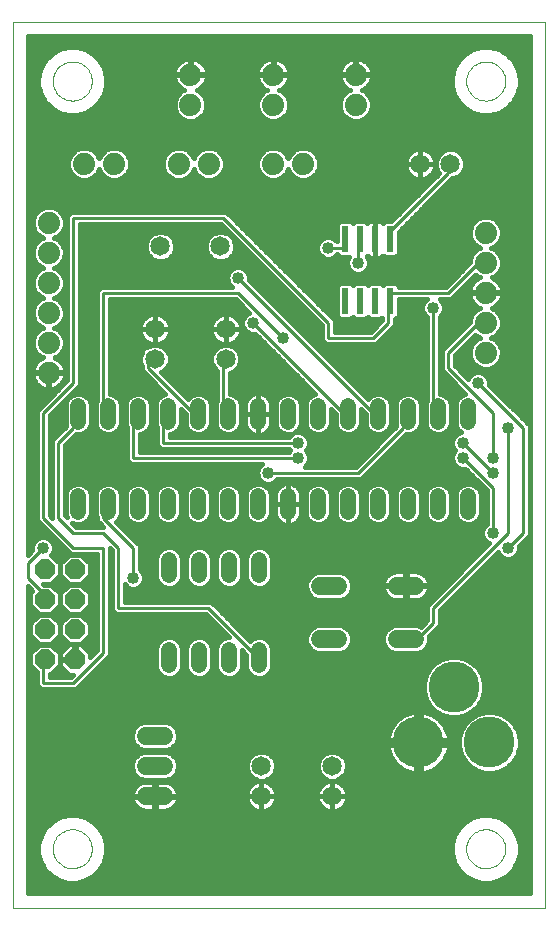
<source format=gtl>
G75*
%MOIN*%
%OFA0B0*%
%FSLAX24Y24*%
%IPPOS*%
%LPD*%
%AMOC8*
5,1,8,0,0,1.08239X$1,22.5*
%
%ADD10C,0.0000*%
%ADD11OC8,0.0660*%
%ADD12C,0.0740*%
%ADD13C,0.0520*%
%ADD14R,0.0240X0.0870*%
%ADD15C,0.0600*%
%ADD16C,0.0650*%
%ADD17C,0.1700*%
%ADD18C,0.0100*%
%ADD19C,0.0400*%
%ADD20C,0.0160*%
D10*
X000462Y000180D02*
X000462Y029708D01*
X018178Y029708D01*
X018178Y000180D01*
X000462Y000180D01*
X001780Y002149D02*
X001782Y002199D01*
X001788Y002249D01*
X001798Y002299D01*
X001811Y002347D01*
X001828Y002395D01*
X001849Y002441D01*
X001873Y002485D01*
X001901Y002527D01*
X001932Y002567D01*
X001966Y002604D01*
X002003Y002639D01*
X002042Y002670D01*
X002083Y002699D01*
X002127Y002724D01*
X002173Y002746D01*
X002220Y002764D01*
X002268Y002778D01*
X002317Y002789D01*
X002367Y002796D01*
X002417Y002799D01*
X002468Y002798D01*
X002518Y002793D01*
X002568Y002784D01*
X002616Y002772D01*
X002664Y002755D01*
X002710Y002735D01*
X002755Y002712D01*
X002798Y002685D01*
X002838Y002655D01*
X002876Y002622D01*
X002911Y002586D01*
X002944Y002547D01*
X002973Y002506D01*
X002999Y002463D01*
X003022Y002418D01*
X003041Y002371D01*
X003056Y002323D01*
X003068Y002274D01*
X003076Y002224D01*
X003080Y002174D01*
X003080Y002124D01*
X003076Y002074D01*
X003068Y002024D01*
X003056Y001975D01*
X003041Y001927D01*
X003022Y001880D01*
X002999Y001835D01*
X002973Y001792D01*
X002944Y001751D01*
X002911Y001712D01*
X002876Y001676D01*
X002838Y001643D01*
X002798Y001613D01*
X002755Y001586D01*
X002710Y001563D01*
X002664Y001543D01*
X002616Y001526D01*
X002568Y001514D01*
X002518Y001505D01*
X002468Y001500D01*
X002417Y001499D01*
X002367Y001502D01*
X002317Y001509D01*
X002268Y001520D01*
X002220Y001534D01*
X002173Y001552D01*
X002127Y001574D01*
X002083Y001599D01*
X002042Y001628D01*
X002003Y001659D01*
X001966Y001694D01*
X001932Y001731D01*
X001901Y001771D01*
X001873Y001813D01*
X001849Y001857D01*
X001828Y001903D01*
X001811Y001951D01*
X001798Y001999D01*
X001788Y002049D01*
X001782Y002099D01*
X001780Y002149D01*
X015560Y002149D02*
X015562Y002199D01*
X015568Y002249D01*
X015578Y002299D01*
X015591Y002347D01*
X015608Y002395D01*
X015629Y002441D01*
X015653Y002485D01*
X015681Y002527D01*
X015712Y002567D01*
X015746Y002604D01*
X015783Y002639D01*
X015822Y002670D01*
X015863Y002699D01*
X015907Y002724D01*
X015953Y002746D01*
X016000Y002764D01*
X016048Y002778D01*
X016097Y002789D01*
X016147Y002796D01*
X016197Y002799D01*
X016248Y002798D01*
X016298Y002793D01*
X016348Y002784D01*
X016396Y002772D01*
X016444Y002755D01*
X016490Y002735D01*
X016535Y002712D01*
X016578Y002685D01*
X016618Y002655D01*
X016656Y002622D01*
X016691Y002586D01*
X016724Y002547D01*
X016753Y002506D01*
X016779Y002463D01*
X016802Y002418D01*
X016821Y002371D01*
X016836Y002323D01*
X016848Y002274D01*
X016856Y002224D01*
X016860Y002174D01*
X016860Y002124D01*
X016856Y002074D01*
X016848Y002024D01*
X016836Y001975D01*
X016821Y001927D01*
X016802Y001880D01*
X016779Y001835D01*
X016753Y001792D01*
X016724Y001751D01*
X016691Y001712D01*
X016656Y001676D01*
X016618Y001643D01*
X016578Y001613D01*
X016535Y001586D01*
X016490Y001563D01*
X016444Y001543D01*
X016396Y001526D01*
X016348Y001514D01*
X016298Y001505D01*
X016248Y001500D01*
X016197Y001499D01*
X016147Y001502D01*
X016097Y001509D01*
X016048Y001520D01*
X016000Y001534D01*
X015953Y001552D01*
X015907Y001574D01*
X015863Y001599D01*
X015822Y001628D01*
X015783Y001659D01*
X015746Y001694D01*
X015712Y001731D01*
X015681Y001771D01*
X015653Y001813D01*
X015629Y001857D01*
X015608Y001903D01*
X015591Y001951D01*
X015578Y001999D01*
X015568Y002049D01*
X015562Y002099D01*
X015560Y002149D01*
X015560Y027739D02*
X015562Y027789D01*
X015568Y027839D01*
X015578Y027889D01*
X015591Y027937D01*
X015608Y027985D01*
X015629Y028031D01*
X015653Y028075D01*
X015681Y028117D01*
X015712Y028157D01*
X015746Y028194D01*
X015783Y028229D01*
X015822Y028260D01*
X015863Y028289D01*
X015907Y028314D01*
X015953Y028336D01*
X016000Y028354D01*
X016048Y028368D01*
X016097Y028379D01*
X016147Y028386D01*
X016197Y028389D01*
X016248Y028388D01*
X016298Y028383D01*
X016348Y028374D01*
X016396Y028362D01*
X016444Y028345D01*
X016490Y028325D01*
X016535Y028302D01*
X016578Y028275D01*
X016618Y028245D01*
X016656Y028212D01*
X016691Y028176D01*
X016724Y028137D01*
X016753Y028096D01*
X016779Y028053D01*
X016802Y028008D01*
X016821Y027961D01*
X016836Y027913D01*
X016848Y027864D01*
X016856Y027814D01*
X016860Y027764D01*
X016860Y027714D01*
X016856Y027664D01*
X016848Y027614D01*
X016836Y027565D01*
X016821Y027517D01*
X016802Y027470D01*
X016779Y027425D01*
X016753Y027382D01*
X016724Y027341D01*
X016691Y027302D01*
X016656Y027266D01*
X016618Y027233D01*
X016578Y027203D01*
X016535Y027176D01*
X016490Y027153D01*
X016444Y027133D01*
X016396Y027116D01*
X016348Y027104D01*
X016298Y027095D01*
X016248Y027090D01*
X016197Y027089D01*
X016147Y027092D01*
X016097Y027099D01*
X016048Y027110D01*
X016000Y027124D01*
X015953Y027142D01*
X015907Y027164D01*
X015863Y027189D01*
X015822Y027218D01*
X015783Y027249D01*
X015746Y027284D01*
X015712Y027321D01*
X015681Y027361D01*
X015653Y027403D01*
X015629Y027447D01*
X015608Y027493D01*
X015591Y027541D01*
X015578Y027589D01*
X015568Y027639D01*
X015562Y027689D01*
X015560Y027739D01*
X001780Y027739D02*
X001782Y027789D01*
X001788Y027839D01*
X001798Y027889D01*
X001811Y027937D01*
X001828Y027985D01*
X001849Y028031D01*
X001873Y028075D01*
X001901Y028117D01*
X001932Y028157D01*
X001966Y028194D01*
X002003Y028229D01*
X002042Y028260D01*
X002083Y028289D01*
X002127Y028314D01*
X002173Y028336D01*
X002220Y028354D01*
X002268Y028368D01*
X002317Y028379D01*
X002367Y028386D01*
X002417Y028389D01*
X002468Y028388D01*
X002518Y028383D01*
X002568Y028374D01*
X002616Y028362D01*
X002664Y028345D01*
X002710Y028325D01*
X002755Y028302D01*
X002798Y028275D01*
X002838Y028245D01*
X002876Y028212D01*
X002911Y028176D01*
X002944Y028137D01*
X002973Y028096D01*
X002999Y028053D01*
X003022Y028008D01*
X003041Y027961D01*
X003056Y027913D01*
X003068Y027864D01*
X003076Y027814D01*
X003080Y027764D01*
X003080Y027714D01*
X003076Y027664D01*
X003068Y027614D01*
X003056Y027565D01*
X003041Y027517D01*
X003022Y027470D01*
X002999Y027425D01*
X002973Y027382D01*
X002944Y027341D01*
X002911Y027302D01*
X002876Y027266D01*
X002838Y027233D01*
X002798Y027203D01*
X002755Y027176D01*
X002710Y027153D01*
X002664Y027133D01*
X002616Y027116D01*
X002568Y027104D01*
X002518Y027095D01*
X002468Y027090D01*
X002417Y027089D01*
X002367Y027092D01*
X002317Y027099D01*
X002268Y027110D01*
X002220Y027124D01*
X002173Y027142D01*
X002127Y027164D01*
X002083Y027189D01*
X002042Y027218D01*
X002003Y027249D01*
X001966Y027284D01*
X001932Y027321D01*
X001901Y027361D01*
X001873Y027403D01*
X001849Y027447D01*
X001828Y027493D01*
X001811Y027541D01*
X001798Y027589D01*
X001788Y027639D01*
X001782Y027689D01*
X001780Y027739D01*
D11*
X001517Y011467D03*
X001517Y010467D03*
X001517Y009467D03*
X001517Y008467D03*
X002517Y008467D03*
X002517Y009467D03*
X002517Y010467D03*
X002517Y011467D03*
D12*
X001643Y018015D03*
X001643Y019015D03*
X001643Y020015D03*
X001643Y021015D03*
X001643Y022015D03*
X001643Y023015D03*
X002824Y024983D03*
X003824Y024983D03*
X005973Y024983D03*
X006973Y024983D03*
X006367Y026952D03*
X006367Y027952D03*
X009123Y027952D03*
X009123Y026952D03*
X009123Y024983D03*
X010123Y024983D03*
X011879Y026952D03*
X011879Y027952D03*
X016210Y022684D03*
X016210Y021684D03*
X016210Y020684D03*
X016210Y019684D03*
X016210Y018684D03*
D13*
X015623Y016901D02*
X015623Y016381D01*
X014623Y016381D02*
X014623Y016901D01*
X013623Y016901D02*
X013623Y016381D01*
X012623Y016381D02*
X012623Y016901D01*
X011623Y016901D02*
X011623Y016381D01*
X010623Y016381D02*
X010623Y016901D01*
X009623Y016901D02*
X009623Y016381D01*
X008623Y016381D02*
X008623Y016901D01*
X007623Y016901D02*
X007623Y016381D01*
X006623Y016381D02*
X006623Y016901D01*
X005623Y016901D02*
X005623Y016381D01*
X004623Y016381D02*
X004623Y016901D01*
X003623Y016901D02*
X003623Y016381D01*
X002623Y016381D02*
X002623Y016901D01*
X002623Y013901D02*
X002623Y013381D01*
X003623Y013381D02*
X003623Y013901D01*
X004623Y013901D02*
X004623Y013381D01*
X005623Y013381D02*
X005623Y013901D01*
X006623Y013901D02*
X006623Y013381D01*
X007623Y013381D02*
X007623Y013901D01*
X008623Y013901D02*
X008623Y013381D01*
X009623Y013381D02*
X009623Y013901D01*
X010623Y013901D02*
X010623Y013381D01*
X011623Y013381D02*
X011623Y013901D01*
X012623Y013901D02*
X012623Y013381D01*
X013623Y013381D02*
X013623Y013901D01*
X014623Y013901D02*
X014623Y013381D01*
X015623Y013381D02*
X015623Y013901D01*
X008654Y011783D02*
X008654Y011263D01*
X007654Y011263D02*
X007654Y011783D01*
X006654Y011783D02*
X006654Y011263D01*
X005654Y011263D02*
X005654Y011783D01*
X005654Y008783D02*
X005654Y008263D01*
X006654Y008263D02*
X006654Y008783D01*
X007654Y008783D02*
X007654Y008263D01*
X008654Y008263D02*
X008654Y008783D01*
D14*
X011523Y020410D03*
X012023Y020410D03*
X012523Y020410D03*
X013023Y020410D03*
X013023Y022470D03*
X012523Y022470D03*
X012023Y022470D03*
X011523Y022470D03*
D15*
X011293Y010913D02*
X010693Y010913D01*
X010693Y009133D02*
X011293Y009133D01*
X013253Y009133D02*
X013853Y009133D01*
X013853Y010913D02*
X013253Y010913D01*
X005486Y005904D02*
X004886Y005904D01*
X004886Y004904D02*
X005486Y004904D01*
X005486Y003904D02*
X004886Y003904D01*
D16*
X008729Y003904D03*
X008729Y004904D03*
X011091Y004904D03*
X011091Y003904D03*
X007548Y018471D03*
X007548Y019471D03*
X007367Y022227D03*
X005367Y022227D03*
X005186Y019471D03*
X005186Y018471D03*
X014028Y024983D03*
X015028Y024983D03*
D17*
X015147Y007542D03*
X016328Y005692D03*
X013965Y005692D03*
D18*
X013553Y009133D02*
X013962Y009180D01*
X014462Y009680D01*
X014462Y010180D01*
X016962Y012680D01*
X016962Y016180D01*
X017462Y016180D02*
X015962Y017680D01*
X014962Y018180D02*
X016462Y016680D01*
X016462Y015180D01*
X016462Y014680D02*
X015462Y015680D01*
X015462Y015180D02*
X016462Y014180D01*
X016462Y012680D01*
X016962Y012180D02*
X017462Y012680D01*
X017462Y016180D01*
X014962Y018680D02*
X015962Y019680D01*
X016210Y019684D01*
X014962Y020680D02*
X015962Y021680D01*
X016210Y021684D01*
X014962Y020680D02*
X012962Y020680D01*
X013023Y020410D01*
X012962Y020180D01*
X012962Y019680D01*
X012462Y019180D01*
X010962Y019180D01*
X010962Y019680D01*
X007462Y023180D01*
X002462Y023180D01*
X002462Y017680D01*
X001462Y016680D01*
X001462Y013180D01*
X002462Y012180D01*
X003462Y012180D01*
X003462Y008680D01*
X002462Y007680D01*
X001462Y007680D01*
X001462Y008180D01*
X001517Y008467D01*
X001517Y010467D02*
X001462Y010680D01*
X000962Y011180D01*
X000962Y011680D01*
X001462Y012180D01*
X001962Y013180D02*
X002462Y012680D01*
X003462Y012680D01*
X003962Y012180D01*
X003962Y010180D01*
X006962Y010180D01*
X008462Y008680D01*
X008654Y008523D01*
X004462Y011180D02*
X004462Y012180D01*
X003462Y013180D01*
X003623Y013641D01*
X004462Y015180D02*
X004462Y016180D01*
X004623Y016641D01*
X005462Y016180D02*
X005462Y015680D01*
X009962Y015680D01*
X009962Y015180D02*
X004462Y015180D01*
X005462Y016180D02*
X005623Y016641D01*
X006462Y016680D02*
X006623Y016641D01*
X006462Y016680D02*
X004962Y018180D01*
X004962Y018680D01*
X005186Y018471D01*
X003623Y016641D02*
X003462Y016680D01*
X003462Y020680D01*
X007962Y020680D01*
X009462Y019180D01*
X008462Y019680D02*
X011462Y016680D01*
X011623Y016641D01*
X012462Y016680D02*
X012623Y016641D01*
X012462Y016680D02*
X007962Y021180D01*
X007548Y018471D02*
X007462Y018180D01*
X007462Y016680D01*
X007623Y016641D01*
X008962Y014680D02*
X011962Y014680D01*
X013462Y016180D01*
X013623Y016641D01*
X014462Y016680D02*
X014623Y016641D01*
X014462Y016680D02*
X014462Y020180D01*
X014962Y018680D02*
X014962Y018180D01*
X011962Y021680D02*
X011962Y022180D01*
X012023Y022470D01*
X011523Y022470D02*
X011462Y022180D01*
X010962Y022180D01*
X012962Y022680D02*
X013023Y022470D01*
X012962Y022680D02*
X014962Y024680D01*
X015028Y024983D01*
X002623Y016641D02*
X002462Y016180D01*
X001962Y015680D01*
X001962Y013180D01*
D19*
X001462Y012180D03*
X004462Y011180D03*
X008962Y014680D03*
X009962Y015180D03*
X009962Y015680D03*
X009462Y019180D03*
X008462Y019680D03*
X007962Y021180D03*
X010962Y022180D03*
X011962Y021680D03*
X014462Y020180D03*
X015962Y017680D03*
X016962Y016180D03*
X016462Y015180D03*
X016462Y014680D03*
X015462Y015180D03*
X015462Y015680D03*
X016462Y012680D03*
X016962Y012180D03*
D20*
X017200Y011909D02*
X017698Y011909D01*
X017698Y011751D02*
X016329Y011751D01*
X016488Y011909D02*
X016723Y011909D01*
X016758Y011875D02*
X016890Y011820D01*
X017033Y011820D01*
X017165Y011875D01*
X017267Y011976D01*
X017322Y012108D01*
X017322Y012243D01*
X017549Y012470D01*
X017672Y012593D01*
X017672Y016267D01*
X016322Y017617D01*
X016322Y017752D01*
X016267Y017884D01*
X016165Y017985D01*
X016033Y018040D01*
X015890Y018040D01*
X015758Y017985D01*
X015656Y017884D01*
X015627Y017812D01*
X015172Y018267D01*
X015172Y018593D01*
X015861Y019283D01*
X015909Y019235D01*
X016032Y019184D01*
X015909Y019133D01*
X015760Y018984D01*
X015680Y018789D01*
X015680Y018579D01*
X015760Y018384D01*
X015909Y018235D01*
X016104Y018154D01*
X016315Y018154D01*
X016510Y018235D01*
X016659Y018384D01*
X016740Y018579D01*
X016740Y018789D01*
X016659Y018984D01*
X016510Y019133D01*
X016387Y019184D01*
X016510Y019235D01*
X016659Y019384D01*
X016740Y019579D01*
X016740Y019789D01*
X016659Y019984D01*
X016510Y020133D01*
X016415Y020172D01*
X016421Y020174D01*
X016498Y020214D01*
X016568Y020264D01*
X016629Y020326D01*
X016680Y020396D01*
X016719Y020473D01*
X016746Y020555D01*
X016760Y020641D01*
X016760Y020664D01*
X016230Y020664D01*
X016230Y020704D01*
X016760Y020704D01*
X016760Y020727D01*
X016746Y020813D01*
X016719Y020895D01*
X016680Y020972D01*
X016629Y021042D01*
X016568Y021103D01*
X016498Y021154D01*
X016421Y021194D01*
X016415Y021195D01*
X016510Y021235D01*
X016659Y021384D01*
X016740Y021579D01*
X016740Y021789D01*
X016659Y021984D01*
X016510Y022133D01*
X016387Y022184D01*
X016510Y022235D01*
X016659Y022384D01*
X016740Y022579D01*
X016740Y022789D01*
X016659Y022984D01*
X016510Y023133D01*
X016315Y023214D01*
X016104Y023214D01*
X015909Y023133D01*
X015760Y022984D01*
X015680Y022789D01*
X015680Y022579D01*
X015760Y022384D01*
X015909Y022235D01*
X016032Y022184D01*
X015909Y022133D01*
X015760Y021984D01*
X015680Y021789D01*
X015680Y021695D01*
X014875Y020890D01*
X013303Y020890D01*
X013303Y020911D01*
X013209Y021005D01*
X012836Y021005D01*
X012773Y020941D01*
X012709Y021005D01*
X012336Y021005D01*
X012273Y020941D01*
X012209Y021005D01*
X011836Y021005D01*
X011773Y020941D01*
X011709Y021005D01*
X011336Y021005D01*
X011243Y020911D01*
X011243Y019909D01*
X011336Y019815D01*
X011709Y019815D01*
X011773Y019879D01*
X011836Y019815D01*
X012209Y019815D01*
X012273Y019879D01*
X012336Y019815D01*
X012709Y019815D01*
X012752Y019858D01*
X012752Y019767D01*
X012375Y019390D01*
X011172Y019390D01*
X011172Y019767D01*
X007672Y023267D01*
X007549Y023390D01*
X002375Y023390D01*
X002252Y023267D01*
X002252Y017767D01*
X001375Y016890D01*
X001252Y016767D01*
X001252Y013093D01*
X002252Y012093D01*
X002375Y011970D01*
X003252Y011970D01*
X003252Y008767D01*
X003027Y008542D01*
X003027Y008679D01*
X002728Y008977D01*
X002537Y008977D01*
X002537Y008487D01*
X002497Y008487D01*
X002497Y008447D01*
X002007Y008447D01*
X002007Y008256D01*
X002305Y007957D01*
X002442Y007957D01*
X002375Y007890D01*
X001672Y007890D01*
X001672Y007977D01*
X001720Y007977D01*
X002007Y008264D01*
X002007Y008670D01*
X001720Y008957D01*
X001314Y008957D01*
X001027Y008670D01*
X001027Y008264D01*
X001252Y008040D01*
X001252Y007593D01*
X001375Y007470D01*
X002549Y007470D01*
X002672Y007593D01*
X003672Y008593D01*
X003672Y012173D01*
X003752Y012093D01*
X003752Y010093D01*
X003875Y009970D01*
X006875Y009970D01*
X007642Y009203D01*
X007571Y009203D01*
X007417Y009139D01*
X007298Y009020D01*
X007234Y008866D01*
X007234Y008179D01*
X007298Y008025D01*
X007417Y007906D01*
X007571Y007843D01*
X007738Y007843D01*
X007892Y007906D01*
X008011Y008025D01*
X008074Y008179D01*
X008074Y008770D01*
X008234Y008610D01*
X008234Y008179D01*
X008298Y008025D01*
X008417Y007906D01*
X008571Y007843D01*
X008738Y007843D01*
X008892Y007906D01*
X009011Y008025D01*
X009074Y008179D01*
X009074Y008866D01*
X009011Y009020D01*
X008892Y009139D01*
X008738Y009203D01*
X008571Y009203D01*
X008417Y009139D01*
X008358Y009080D01*
X007172Y010267D01*
X007049Y010390D01*
X004172Y010390D01*
X004172Y010961D01*
X004258Y010875D01*
X004390Y010820D01*
X004533Y010820D01*
X004665Y010875D01*
X004767Y010976D01*
X004822Y011108D01*
X004822Y011252D01*
X004767Y011384D01*
X004672Y011479D01*
X004672Y012267D01*
X004549Y012390D01*
X003887Y013051D01*
X003979Y013143D01*
X004043Y013297D01*
X004043Y013984D01*
X003979Y014139D01*
X003861Y014257D01*
X003707Y014321D01*
X003539Y014321D01*
X003385Y014257D01*
X003267Y014139D01*
X003203Y013984D01*
X003203Y013297D01*
X003245Y013196D01*
X003235Y013167D01*
X003252Y013132D01*
X003252Y013093D01*
X003288Y013057D01*
X003310Y013011D01*
X003347Y012998D01*
X003455Y012890D01*
X002549Y012890D01*
X002434Y013004D01*
X002539Y012961D01*
X002707Y012961D01*
X002861Y013025D01*
X002979Y013143D01*
X003043Y013297D01*
X003043Y013984D01*
X002979Y014139D01*
X002861Y014257D01*
X002707Y014321D01*
X002539Y014321D01*
X002385Y014257D01*
X002267Y014139D01*
X002203Y013984D01*
X002203Y013297D01*
X002246Y013192D01*
X002172Y013267D01*
X002172Y015593D01*
X002539Y015961D01*
X002539Y015961D01*
X002707Y015961D01*
X002861Y016025D01*
X002979Y016143D01*
X003043Y016297D01*
X003043Y016984D01*
X002979Y017139D01*
X002861Y017257D01*
X002707Y017321D01*
X002539Y017321D01*
X002385Y017257D01*
X002267Y017139D01*
X002203Y016984D01*
X002203Y016297D01*
X002226Y016241D01*
X001752Y015767D01*
X001752Y013187D01*
X001672Y013267D01*
X001672Y016593D01*
X002672Y017593D01*
X002672Y022970D01*
X007375Y022970D01*
X010752Y019593D01*
X010752Y019093D01*
X010875Y018970D01*
X012549Y018970D01*
X012672Y019093D01*
X013172Y019593D01*
X013172Y019815D01*
X013209Y019815D01*
X013303Y019909D01*
X013303Y020470D01*
X014242Y020470D01*
X014156Y020384D01*
X014102Y020252D01*
X014102Y020108D01*
X014156Y019976D01*
X014252Y019881D01*
X014252Y017101D01*
X014203Y016984D01*
X014203Y016297D01*
X014267Y016143D01*
X014385Y016025D01*
X014539Y015961D01*
X014707Y015961D01*
X014861Y016025D01*
X014979Y016143D01*
X015043Y016297D01*
X015043Y016984D01*
X014979Y017139D01*
X014861Y017257D01*
X014707Y017321D01*
X014672Y017321D01*
X014672Y019881D01*
X014767Y019976D01*
X014822Y020108D01*
X014822Y020252D01*
X014767Y020384D01*
X014681Y020470D01*
X015049Y020470D01*
X015861Y021283D01*
X015909Y021235D01*
X016004Y021195D01*
X015998Y021194D01*
X015921Y021154D01*
X015851Y021103D01*
X015790Y021042D01*
X015739Y020972D01*
X015700Y020895D01*
X015673Y020813D01*
X015660Y020727D01*
X015660Y020704D01*
X016190Y020704D01*
X016190Y020664D01*
X015660Y020664D01*
X015660Y020641D01*
X015673Y020555D01*
X015700Y020473D01*
X015739Y020396D01*
X015790Y020326D01*
X015851Y020264D01*
X015921Y020214D01*
X015998Y020174D01*
X016004Y020172D01*
X015909Y020133D01*
X015760Y019984D01*
X015680Y019789D01*
X015680Y019695D01*
X014752Y018767D01*
X014752Y018093D01*
X014875Y017970D01*
X015528Y017316D01*
X015385Y017257D01*
X015267Y017139D01*
X015203Y016984D01*
X015203Y016297D01*
X015267Y016143D01*
X015376Y016034D01*
X015258Y015985D01*
X015156Y015884D01*
X015102Y015752D01*
X015102Y015608D01*
X015156Y015476D01*
X015202Y015430D01*
X015156Y015384D01*
X015102Y015252D01*
X015102Y015108D01*
X015156Y014976D01*
X015258Y014875D01*
X015390Y014820D01*
X015525Y014820D01*
X016252Y014093D01*
X016252Y012979D01*
X016156Y012884D01*
X016102Y012752D01*
X016102Y012608D01*
X016156Y012476D01*
X016258Y012375D01*
X016330Y012345D01*
X014375Y010390D01*
X014375Y010390D01*
X014252Y010267D01*
X014252Y009767D01*
X014038Y009554D01*
X013944Y009593D01*
X013161Y009593D01*
X012992Y009522D01*
X012863Y009393D01*
X012793Y009224D01*
X012793Y009041D01*
X012863Y008872D01*
X012992Y008743D01*
X013161Y008673D01*
X013944Y008673D01*
X014113Y008743D01*
X014243Y008872D01*
X014313Y009041D01*
X014313Y009224D01*
X014310Y009231D01*
X014672Y009593D01*
X014672Y010093D01*
X016627Y012048D01*
X016656Y011976D01*
X016758Y011875D01*
X017305Y012068D02*
X017698Y012068D01*
X017698Y012226D02*
X017322Y012226D01*
X017463Y012385D02*
X017698Y012385D01*
X017698Y012543D02*
X017622Y012543D01*
X017672Y012702D02*
X017698Y012702D01*
X017698Y012860D02*
X017672Y012860D01*
X017672Y013019D02*
X017698Y013019D01*
X017698Y013177D02*
X017672Y013177D01*
X017672Y013336D02*
X017698Y013336D01*
X017698Y013494D02*
X017672Y013494D01*
X017672Y013653D02*
X017698Y013653D01*
X017698Y013811D02*
X017672Y013811D01*
X017672Y013970D02*
X017698Y013970D01*
X017698Y014128D02*
X017672Y014128D01*
X017672Y014287D02*
X017698Y014287D01*
X017698Y014445D02*
X017672Y014445D01*
X017672Y014604D02*
X017698Y014604D01*
X017698Y014762D02*
X017672Y014762D01*
X017672Y014921D02*
X017698Y014921D01*
X017698Y015079D02*
X017672Y015079D01*
X017672Y015238D02*
X017698Y015238D01*
X017698Y015396D02*
X017672Y015396D01*
X017672Y015555D02*
X017698Y015555D01*
X017698Y015713D02*
X017672Y015713D01*
X017672Y015872D02*
X017698Y015872D01*
X017698Y016030D02*
X017672Y016030D01*
X017672Y016189D02*
X017698Y016189D01*
X017698Y016347D02*
X017592Y016347D01*
X017698Y016506D02*
X017433Y016506D01*
X017275Y016664D02*
X017698Y016664D01*
X017698Y016823D02*
X017116Y016823D01*
X016958Y016981D02*
X017698Y016981D01*
X017698Y017140D02*
X016799Y017140D01*
X016641Y017298D02*
X017698Y017298D01*
X017698Y017457D02*
X016482Y017457D01*
X016324Y017615D02*
X017698Y017615D01*
X017698Y017774D02*
X016312Y017774D01*
X016219Y017932D02*
X017698Y017932D01*
X017698Y018091D02*
X015348Y018091D01*
X015190Y018249D02*
X015895Y018249D01*
X015750Y018408D02*
X015172Y018408D01*
X015172Y018566D02*
X015685Y018566D01*
X015680Y018725D02*
X015303Y018725D01*
X015462Y018883D02*
X015718Y018883D01*
X015620Y019042D02*
X015818Y019042D01*
X015779Y019200D02*
X015993Y019200D01*
X016426Y019200D02*
X017698Y019200D01*
X017698Y019042D02*
X016602Y019042D01*
X016701Y018883D02*
X017698Y018883D01*
X017698Y018725D02*
X016740Y018725D01*
X016734Y018566D02*
X017698Y018566D01*
X017698Y018408D02*
X016669Y018408D01*
X016524Y018249D02*
X017698Y018249D01*
X017698Y019359D02*
X016634Y019359D01*
X016714Y019517D02*
X017698Y019517D01*
X017698Y019676D02*
X016740Y019676D01*
X016721Y019834D02*
X017698Y019834D01*
X017698Y019993D02*
X016651Y019993D01*
X016467Y020151D02*
X017698Y020151D01*
X017698Y020310D02*
X016613Y020310D01*
X016717Y020468D02*
X017698Y020468D01*
X017698Y020627D02*
X016757Y020627D01*
X016750Y020785D02*
X017698Y020785D01*
X017698Y020944D02*
X016695Y020944D01*
X016569Y021102D02*
X017698Y021102D01*
X017698Y021261D02*
X016536Y021261D01*
X016674Y021419D02*
X017698Y021419D01*
X017698Y021578D02*
X016739Y021578D01*
X016740Y021736D02*
X017698Y021736D01*
X017698Y021895D02*
X016696Y021895D01*
X016590Y022053D02*
X017698Y022053D01*
X017698Y022212D02*
X016454Y022212D01*
X016645Y022370D02*
X017698Y022370D01*
X017698Y022529D02*
X016719Y022529D01*
X016740Y022687D02*
X017698Y022687D01*
X017698Y022846D02*
X016716Y022846D01*
X016639Y023004D02*
X017698Y023004D01*
X017698Y023163D02*
X016439Y023163D01*
X015980Y023163D02*
X013741Y023163D01*
X013900Y023321D02*
X017698Y023321D01*
X017698Y023480D02*
X014058Y023480D01*
X014217Y023638D02*
X017698Y023638D01*
X017698Y023797D02*
X014375Y023797D01*
X014534Y023955D02*
X017698Y023955D01*
X017698Y024114D02*
X014692Y024114D01*
X014851Y024272D02*
X017698Y024272D01*
X017698Y024431D02*
X015009Y024431D01*
X015077Y024498D02*
X015125Y024498D01*
X015303Y024572D01*
X015440Y024708D01*
X015513Y024887D01*
X015513Y025080D01*
X015440Y025258D01*
X015303Y025394D01*
X015125Y025468D01*
X014932Y025468D01*
X014754Y025394D01*
X014617Y025258D01*
X014543Y025080D01*
X014543Y024887D01*
X014617Y024708D01*
X014655Y024671D01*
X013049Y023065D01*
X012836Y023065D01*
X012787Y023015D01*
X012787Y023015D01*
X012753Y023049D01*
X012712Y023073D01*
X012666Y023085D01*
X012523Y023085D01*
X012523Y022470D01*
X012523Y022470D01*
X012523Y021855D01*
X012666Y021855D01*
X012712Y021867D01*
X012753Y021891D01*
X012787Y021924D01*
X012787Y021924D01*
X012836Y021875D01*
X013209Y021875D01*
X013303Y021969D01*
X013303Y022724D01*
X015077Y024498D01*
X015320Y024589D02*
X017698Y024589D01*
X017698Y024748D02*
X015456Y024748D01*
X015513Y024906D02*
X017698Y024906D01*
X017698Y025065D02*
X015513Y025065D01*
X015454Y025223D02*
X017698Y025223D01*
X017698Y025382D02*
X015316Y025382D01*
X014741Y025382D02*
X014339Y025382D01*
X014357Y025368D02*
X014293Y025415D01*
X014222Y025451D01*
X014147Y025476D01*
X014068Y025488D01*
X014028Y025488D01*
X013989Y025488D01*
X013910Y025476D01*
X013835Y025451D01*
X013764Y025415D01*
X013699Y025368D01*
X013643Y025312D01*
X013597Y025248D01*
X013560Y025177D01*
X013536Y025101D01*
X013523Y025023D01*
X013523Y024983D01*
X013523Y024943D01*
X013536Y024865D01*
X013560Y024789D01*
X013597Y024718D01*
X013643Y024654D01*
X013699Y024598D01*
X013764Y024551D01*
X013835Y024515D01*
X013910Y024491D01*
X013989Y024478D01*
X014028Y024478D01*
X014028Y024983D01*
X013523Y024983D01*
X014028Y024983D01*
X014028Y024983D01*
X014028Y024983D01*
X014028Y025488D01*
X014028Y024983D01*
X014028Y024983D01*
X014028Y024478D01*
X014068Y024478D01*
X014147Y024491D01*
X014222Y024515D01*
X014293Y024551D01*
X014357Y024598D01*
X014414Y024654D01*
X014460Y024718D01*
X014496Y024789D01*
X014521Y024865D01*
X014533Y024943D01*
X014533Y024983D01*
X014028Y024983D01*
X014028Y024983D01*
X014533Y024983D01*
X014533Y025023D01*
X014521Y025101D01*
X014496Y025177D01*
X014460Y025248D01*
X014414Y025312D01*
X014357Y025368D01*
X014473Y025223D02*
X014603Y025223D01*
X014543Y025065D02*
X014527Y025065D01*
X014528Y024906D02*
X014543Y024906D01*
X014601Y024748D02*
X014475Y024748D01*
X014574Y024589D02*
X014345Y024589D01*
X014415Y024431D02*
X000942Y024431D01*
X000942Y024589D02*
X002468Y024589D01*
X002524Y024534D02*
X002718Y024453D01*
X002929Y024453D01*
X003124Y024534D01*
X003273Y024683D01*
X003324Y024805D01*
X003374Y024683D01*
X003524Y024534D01*
X003718Y024453D01*
X003929Y024453D01*
X004124Y024534D01*
X004273Y024683D01*
X004354Y024878D01*
X004354Y025089D01*
X004273Y025283D01*
X004124Y025432D01*
X003929Y025513D01*
X003718Y025513D01*
X003524Y025432D01*
X003374Y025283D01*
X003324Y025161D01*
X003273Y025283D01*
X003124Y025432D01*
X002929Y025513D01*
X002718Y025513D01*
X002524Y025432D01*
X002374Y025283D01*
X002294Y025089D01*
X002294Y024878D01*
X002374Y024683D01*
X002524Y024534D01*
X002348Y024748D02*
X000942Y024748D01*
X000942Y024906D02*
X002294Y024906D01*
X002294Y025065D02*
X000942Y025065D01*
X000942Y025223D02*
X002349Y025223D01*
X002473Y025382D02*
X000942Y025382D01*
X000942Y025540D02*
X017698Y025540D01*
X017698Y025699D02*
X000942Y025699D01*
X000942Y025857D02*
X017698Y025857D01*
X017698Y026016D02*
X000942Y026016D01*
X000942Y026174D02*
X017698Y026174D01*
X017698Y026333D02*
X000942Y026333D01*
X000942Y026491D02*
X006094Y026491D01*
X006067Y026502D02*
X006262Y026422D01*
X006472Y026422D01*
X006667Y026502D01*
X006816Y026651D01*
X006897Y026846D01*
X006897Y027057D01*
X006816Y027252D01*
X006667Y027401D01*
X006573Y027440D01*
X006578Y027442D01*
X006655Y027481D01*
X006725Y027532D01*
X006787Y027593D01*
X006837Y027663D01*
X006877Y027741D01*
X006904Y027823D01*
X006917Y027908D01*
X006917Y027932D01*
X006387Y027932D01*
X006387Y027972D01*
X006347Y027972D01*
X006347Y028502D01*
X006324Y028502D01*
X006238Y028488D01*
X006156Y028461D01*
X006079Y028422D01*
X006009Y028371D01*
X005948Y028310D01*
X005897Y028240D01*
X005857Y028163D01*
X005831Y028080D01*
X005817Y027995D01*
X005817Y027972D01*
X006347Y027972D01*
X006347Y027932D01*
X005817Y027932D01*
X005817Y027908D01*
X005831Y027823D01*
X005857Y027741D01*
X005897Y027663D01*
X005948Y027593D01*
X006009Y027532D01*
X006079Y027481D01*
X006156Y027442D01*
X006161Y027440D01*
X006067Y027401D01*
X005918Y027252D01*
X005837Y027057D01*
X005837Y026846D01*
X005918Y026651D01*
X006067Y026502D01*
X005920Y026650D02*
X002730Y026650D01*
X002866Y026686D02*
X002579Y026609D01*
X002281Y026609D01*
X001994Y026686D01*
X001736Y026835D01*
X001526Y027045D01*
X001377Y027303D01*
X001300Y027590D01*
X001300Y027888D01*
X001377Y028175D01*
X001526Y028433D01*
X001736Y028643D01*
X001994Y028792D01*
X002281Y028869D01*
X002579Y028869D01*
X002866Y028792D01*
X003124Y028643D01*
X003334Y028433D01*
X003483Y028175D01*
X003560Y027888D01*
X003560Y027590D01*
X003483Y027303D01*
X003334Y027045D01*
X003124Y026835D01*
X002866Y026686D01*
X003077Y026808D02*
X005853Y026808D01*
X005837Y026967D02*
X003256Y026967D01*
X003380Y027125D02*
X005865Y027125D01*
X005949Y027284D02*
X003472Y027284D01*
X003520Y027442D02*
X006156Y027442D01*
X005942Y027601D02*
X003560Y027601D01*
X003560Y027759D02*
X005851Y027759D01*
X005817Y027918D02*
X003552Y027918D01*
X003510Y028076D02*
X005830Y028076D01*
X005894Y028235D02*
X003449Y028235D01*
X003357Y028393D02*
X006039Y028393D01*
X006347Y028393D02*
X006387Y028393D01*
X006387Y028502D02*
X006387Y027972D01*
X006917Y027972D01*
X006917Y027995D01*
X006904Y028080D01*
X006877Y028163D01*
X006837Y028240D01*
X006787Y028310D01*
X006725Y028371D01*
X006655Y028422D01*
X006578Y028461D01*
X006496Y028488D01*
X006410Y028502D01*
X006387Y028502D01*
X006387Y028235D02*
X006347Y028235D01*
X006347Y028076D02*
X006387Y028076D01*
X006695Y028393D02*
X008795Y028393D01*
X008765Y028371D02*
X008703Y028310D01*
X008653Y028240D01*
X008613Y028163D01*
X008587Y028080D01*
X008573Y027995D01*
X008573Y027972D01*
X009103Y027972D01*
X009103Y028502D01*
X009080Y028502D01*
X008994Y028488D01*
X008912Y028461D01*
X008835Y028422D01*
X008765Y028371D01*
X008650Y028235D02*
X006840Y028235D01*
X006904Y028076D02*
X008586Y028076D01*
X008573Y027932D02*
X008573Y027908D01*
X008587Y027823D01*
X008613Y027741D01*
X008653Y027663D01*
X008703Y027593D01*
X008765Y027532D01*
X008835Y027481D01*
X008912Y027442D01*
X008917Y027440D01*
X008823Y027401D01*
X008674Y027252D01*
X008593Y027057D01*
X008593Y026846D01*
X008674Y026651D01*
X008823Y026502D01*
X009018Y026422D01*
X009228Y026422D01*
X009423Y026502D01*
X009572Y026651D01*
X009653Y026846D01*
X009653Y027057D01*
X009572Y027252D01*
X009423Y027401D01*
X009329Y027440D01*
X009334Y027442D01*
X009411Y027481D01*
X009481Y027532D01*
X009542Y027593D01*
X009593Y027663D01*
X009633Y027741D01*
X009659Y027823D01*
X009673Y027908D01*
X009673Y027932D01*
X009143Y027932D01*
X009143Y027972D01*
X009103Y027972D01*
X009103Y027932D01*
X008573Y027932D01*
X008573Y027918D02*
X006917Y027918D01*
X006883Y027759D02*
X008607Y027759D01*
X008698Y027601D02*
X006792Y027601D01*
X006578Y027442D02*
X008912Y027442D01*
X008705Y027284D02*
X006785Y027284D01*
X006869Y027125D02*
X008621Y027125D01*
X008593Y026967D02*
X006897Y026967D01*
X006881Y026808D02*
X008609Y026808D01*
X008676Y026650D02*
X006814Y026650D01*
X006640Y026491D02*
X008850Y026491D01*
X009396Y026491D02*
X011606Y026491D01*
X011579Y026502D02*
X011773Y026422D01*
X011984Y026422D01*
X012179Y026502D01*
X012328Y026651D01*
X012409Y026846D01*
X012409Y027057D01*
X012328Y027252D01*
X012179Y027401D01*
X012084Y027440D01*
X012090Y027442D01*
X012167Y027481D01*
X012237Y027532D01*
X012298Y027593D01*
X012349Y027663D01*
X012389Y027741D01*
X012415Y027823D01*
X012429Y027908D01*
X012429Y027932D01*
X011899Y027932D01*
X011899Y027972D01*
X011859Y027972D01*
X011859Y028502D01*
X011836Y028502D01*
X011750Y028488D01*
X011668Y028461D01*
X011591Y028422D01*
X011521Y028371D01*
X011459Y028310D01*
X011408Y028240D01*
X011369Y028163D01*
X011342Y028080D01*
X011329Y027995D01*
X011329Y027972D01*
X011859Y027972D01*
X011859Y027932D01*
X011329Y027932D01*
X011329Y027908D01*
X011342Y027823D01*
X011369Y027741D01*
X011408Y027663D01*
X011459Y027593D01*
X011521Y027532D01*
X011591Y027481D01*
X011668Y027442D01*
X011673Y027440D01*
X011579Y027401D01*
X011430Y027252D01*
X011349Y027057D01*
X011349Y026846D01*
X011430Y026651D01*
X011579Y026502D01*
X011431Y026650D02*
X009570Y026650D01*
X009637Y026808D02*
X011365Y026808D01*
X011349Y026967D02*
X009653Y026967D01*
X009625Y027125D02*
X011377Y027125D01*
X011461Y027284D02*
X009541Y027284D01*
X009334Y027442D02*
X011668Y027442D01*
X011454Y027601D02*
X009548Y027601D01*
X009639Y027759D02*
X011363Y027759D01*
X011329Y027918D02*
X009673Y027918D01*
X009673Y027972D02*
X009673Y027995D01*
X009659Y028080D01*
X009633Y028163D01*
X009593Y028240D01*
X009542Y028310D01*
X009481Y028371D01*
X009411Y028422D01*
X009334Y028461D01*
X009252Y028488D01*
X009166Y028502D01*
X009143Y028502D01*
X009143Y027972D01*
X009673Y027972D01*
X009660Y028076D02*
X011342Y028076D01*
X011406Y028235D02*
X009596Y028235D01*
X009451Y028393D02*
X011551Y028393D01*
X011859Y028393D02*
X011899Y028393D01*
X011899Y028502D02*
X011899Y027972D01*
X012429Y027972D01*
X012429Y027995D01*
X012415Y028080D01*
X012389Y028163D01*
X012349Y028240D01*
X012298Y028310D01*
X012237Y028371D01*
X012167Y028422D01*
X012090Y028461D01*
X012008Y028488D01*
X011922Y028502D01*
X011899Y028502D01*
X011899Y028235D02*
X011859Y028235D01*
X011859Y028076D02*
X011899Y028076D01*
X012207Y028393D02*
X015282Y028393D01*
X015305Y028433D02*
X015157Y028175D01*
X015080Y027888D01*
X015080Y027590D01*
X015157Y027303D01*
X015305Y027045D01*
X015516Y026835D01*
X015773Y026686D01*
X016061Y026609D01*
X016358Y026609D01*
X016646Y026686D01*
X016903Y026835D01*
X017114Y027045D01*
X017263Y027303D01*
X017340Y027590D01*
X017340Y027888D01*
X017263Y028175D01*
X017114Y028433D01*
X016903Y028643D01*
X016646Y028792D01*
X016358Y028869D01*
X016061Y028869D01*
X015773Y028792D01*
X015516Y028643D01*
X015305Y028433D01*
X015424Y028552D02*
X003216Y028552D01*
X003008Y028710D02*
X015631Y028710D01*
X016059Y028869D02*
X002581Y028869D01*
X002279Y028869D02*
X000942Y028869D01*
X000942Y029027D02*
X017698Y029027D01*
X017698Y028869D02*
X016360Y028869D01*
X016788Y028710D02*
X017698Y028710D01*
X017698Y028552D02*
X016995Y028552D01*
X017137Y028393D02*
X017698Y028393D01*
X017698Y028235D02*
X017228Y028235D01*
X017289Y028076D02*
X017698Y028076D01*
X017698Y027918D02*
X017332Y027918D01*
X017340Y027759D02*
X017698Y027759D01*
X017698Y027601D02*
X017340Y027601D01*
X017300Y027442D02*
X017698Y027442D01*
X017698Y027284D02*
X017251Y027284D01*
X017160Y027125D02*
X017698Y027125D01*
X017698Y026967D02*
X017035Y026967D01*
X016857Y026808D02*
X017698Y026808D01*
X017698Y026650D02*
X016509Y026650D01*
X015910Y026650D02*
X012326Y026650D01*
X012393Y026808D02*
X015562Y026808D01*
X015384Y026967D02*
X012409Y026967D01*
X012381Y027125D02*
X015259Y027125D01*
X015168Y027284D02*
X012297Y027284D01*
X012090Y027442D02*
X015119Y027442D01*
X015080Y027601D02*
X012304Y027601D01*
X012395Y027759D02*
X015080Y027759D01*
X015088Y027918D02*
X012429Y027918D01*
X012416Y028076D02*
X015130Y028076D01*
X015191Y028235D02*
X012352Y028235D01*
X012152Y026491D02*
X017698Y026491D01*
X017698Y029186D02*
X000942Y029186D01*
X000942Y029228D02*
X017698Y029228D01*
X017698Y000660D01*
X000942Y000660D01*
X000942Y010903D01*
X001100Y010744D01*
X001027Y010670D01*
X001027Y010264D01*
X001314Y009977D01*
X001720Y009977D01*
X002007Y010264D01*
X002007Y010670D01*
X001720Y010957D01*
X001481Y010957D01*
X001461Y010977D01*
X001720Y010977D01*
X002007Y011264D01*
X002007Y011670D01*
X001734Y011943D01*
X001767Y011976D01*
X001822Y012108D01*
X001822Y012252D01*
X001767Y012384D01*
X001665Y012485D01*
X001533Y012540D01*
X001390Y012540D01*
X001258Y012485D01*
X001156Y012384D01*
X001102Y012252D01*
X001102Y012117D01*
X000942Y011957D01*
X000942Y029228D01*
X000942Y028710D02*
X001852Y028710D01*
X001644Y028552D02*
X000942Y028552D01*
X000942Y028393D02*
X001503Y028393D01*
X001411Y028235D02*
X000942Y028235D01*
X000942Y028076D02*
X001350Y028076D01*
X001308Y027918D02*
X000942Y027918D01*
X000942Y027759D02*
X001300Y027759D01*
X001300Y027601D02*
X000942Y027601D01*
X000942Y027442D02*
X001340Y027442D01*
X001388Y027284D02*
X000942Y027284D01*
X000942Y027125D02*
X001480Y027125D01*
X001605Y026967D02*
X000942Y026967D01*
X000942Y026808D02*
X001783Y026808D01*
X002130Y026650D02*
X000942Y026650D01*
X000942Y024272D02*
X014257Y024272D01*
X014098Y024114D02*
X000942Y024114D01*
X000942Y023955D02*
X013940Y023955D01*
X013781Y023797D02*
X000942Y023797D01*
X000942Y023638D02*
X013623Y023638D01*
X013464Y023480D02*
X001905Y023480D01*
X001943Y023464D02*
X001748Y023545D01*
X001537Y023545D01*
X001342Y023464D01*
X001193Y023315D01*
X001113Y023120D01*
X001113Y022909D01*
X001193Y022714D01*
X001342Y022565D01*
X001465Y022515D01*
X001342Y022464D01*
X001193Y022315D01*
X001113Y022120D01*
X001113Y021909D01*
X001193Y021714D01*
X001342Y021565D01*
X001465Y021515D01*
X001342Y021464D01*
X001193Y021315D01*
X001113Y021120D01*
X001113Y020909D01*
X001193Y020714D01*
X001342Y020565D01*
X001465Y020515D01*
X001342Y020464D01*
X001193Y020315D01*
X001113Y020120D01*
X001113Y019909D01*
X001193Y019714D01*
X001342Y019565D01*
X001465Y019515D01*
X001342Y019464D01*
X001193Y019315D01*
X001113Y019120D01*
X001113Y018909D01*
X001193Y018714D01*
X001342Y018565D01*
X001437Y018526D01*
X001432Y018524D01*
X001354Y018485D01*
X001284Y018434D01*
X001223Y018373D01*
X001172Y018303D01*
X001133Y018226D01*
X001106Y018143D01*
X001093Y018058D01*
X001093Y018035D01*
X001623Y018035D01*
X001623Y017995D01*
X001093Y017995D01*
X001093Y017971D01*
X001106Y017886D01*
X001133Y017804D01*
X001172Y017726D01*
X001223Y017656D01*
X001284Y017595D01*
X001354Y017544D01*
X001432Y017505D01*
X001514Y017478D01*
X001599Y017465D01*
X001623Y017465D01*
X001623Y017995D01*
X001663Y017995D01*
X001663Y018035D01*
X002193Y018035D01*
X002193Y018058D01*
X002179Y018143D01*
X002152Y018226D01*
X002113Y018303D01*
X002062Y018373D01*
X002001Y018434D01*
X001931Y018485D01*
X001854Y018524D01*
X001848Y018526D01*
X001943Y018565D01*
X002092Y018714D01*
X002173Y018909D01*
X002173Y019120D01*
X002092Y019315D01*
X001943Y019464D01*
X001820Y019515D01*
X001943Y019565D01*
X002092Y019714D01*
X002173Y019909D01*
X002173Y020120D01*
X002092Y020315D01*
X001943Y020464D01*
X001820Y020515D01*
X001943Y020565D01*
X002092Y020714D01*
X002173Y020909D01*
X002173Y021120D01*
X002092Y021315D01*
X001943Y021464D01*
X001820Y021515D01*
X001943Y021565D01*
X002092Y021714D01*
X002173Y021909D01*
X002173Y022120D01*
X002092Y022315D01*
X001943Y022464D01*
X001820Y022515D01*
X001943Y022565D01*
X002092Y022714D01*
X002173Y022909D01*
X002173Y023120D01*
X002092Y023315D01*
X001943Y023464D01*
X002086Y023321D02*
X002306Y023321D01*
X002252Y023163D02*
X002155Y023163D01*
X002173Y023004D02*
X002252Y023004D01*
X002252Y022846D02*
X002146Y022846D01*
X002065Y022687D02*
X002252Y022687D01*
X002252Y022529D02*
X001854Y022529D01*
X002037Y022370D02*
X002252Y022370D01*
X002252Y022212D02*
X002135Y022212D01*
X002173Y022053D02*
X002252Y022053D01*
X002252Y021895D02*
X002167Y021895D01*
X002101Y021736D02*
X002252Y021736D01*
X002252Y021578D02*
X001955Y021578D01*
X001988Y021419D02*
X002252Y021419D01*
X002252Y021261D02*
X002114Y021261D01*
X002173Y021102D02*
X002252Y021102D01*
X002252Y020944D02*
X002173Y020944D01*
X002121Y020785D02*
X002252Y020785D01*
X002252Y020627D02*
X002004Y020627D01*
X001933Y020468D02*
X002252Y020468D01*
X002252Y020310D02*
X002094Y020310D01*
X002160Y020151D02*
X002252Y020151D01*
X002252Y019993D02*
X002173Y019993D01*
X002142Y019834D02*
X002252Y019834D01*
X002252Y019676D02*
X002053Y019676D01*
X002252Y019517D02*
X001826Y019517D01*
X002048Y019359D02*
X002252Y019359D01*
X002252Y019200D02*
X002140Y019200D01*
X002173Y019042D02*
X002252Y019042D01*
X002252Y018883D02*
X002162Y018883D01*
X002096Y018725D02*
X002252Y018725D01*
X002252Y018566D02*
X001944Y018566D01*
X002028Y018408D02*
X002252Y018408D01*
X002252Y018249D02*
X002141Y018249D01*
X002187Y018091D02*
X002252Y018091D01*
X002193Y017995D02*
X001663Y017995D01*
X001663Y017465D01*
X001686Y017465D01*
X001771Y017478D01*
X001854Y017505D01*
X001931Y017544D01*
X002001Y017595D01*
X002062Y017656D01*
X002113Y017726D01*
X002152Y017804D01*
X002179Y017886D01*
X002193Y017971D01*
X002193Y017995D01*
X002186Y017932D02*
X002252Y017932D01*
X002252Y017774D02*
X002137Y017774D01*
X002100Y017615D02*
X002021Y017615D01*
X001941Y017457D02*
X000942Y017457D01*
X000942Y017615D02*
X001264Y017615D01*
X001148Y017774D02*
X000942Y017774D01*
X000942Y017932D02*
X001099Y017932D01*
X001098Y018091D02*
X000942Y018091D01*
X000942Y018249D02*
X001145Y018249D01*
X001258Y018408D02*
X000942Y018408D01*
X000942Y018566D02*
X001342Y018566D01*
X001189Y018725D02*
X000942Y018725D01*
X000942Y018883D02*
X001123Y018883D01*
X001113Y019042D02*
X000942Y019042D01*
X000942Y019200D02*
X001146Y019200D01*
X001237Y019359D02*
X000942Y019359D01*
X000942Y019517D02*
X001459Y019517D01*
X001232Y019676D02*
X000942Y019676D01*
X000942Y019834D02*
X001144Y019834D01*
X001113Y019993D02*
X000942Y019993D01*
X000942Y020151D02*
X001125Y020151D01*
X001191Y020310D02*
X000942Y020310D01*
X000942Y020468D02*
X001352Y020468D01*
X001281Y020627D02*
X000942Y020627D01*
X000942Y020785D02*
X001164Y020785D01*
X001113Y020944D02*
X000942Y020944D01*
X000942Y021102D02*
X001113Y021102D01*
X001171Y021261D02*
X000942Y021261D01*
X000942Y021419D02*
X001298Y021419D01*
X001330Y021578D02*
X000942Y021578D01*
X000942Y021736D02*
X001184Y021736D01*
X001119Y021895D02*
X000942Y021895D01*
X000942Y022053D02*
X001113Y022053D01*
X001151Y022212D02*
X000942Y022212D01*
X000942Y022370D02*
X001249Y022370D01*
X001431Y022529D02*
X000942Y022529D01*
X000942Y022687D02*
X001221Y022687D01*
X001139Y022846D02*
X000942Y022846D01*
X000942Y023004D02*
X001113Y023004D01*
X001130Y023163D02*
X000942Y023163D01*
X000942Y023321D02*
X001200Y023321D01*
X001380Y023480D02*
X000942Y023480D01*
X002672Y022846D02*
X007499Y022846D01*
X007464Y022712D02*
X007271Y022712D01*
X007092Y022638D01*
X006956Y022502D01*
X006882Y022324D01*
X006882Y022131D01*
X006956Y021953D01*
X007092Y021816D01*
X007271Y021742D01*
X007464Y021742D01*
X007642Y021816D01*
X007778Y021953D01*
X007852Y022131D01*
X007852Y022324D01*
X007778Y022502D01*
X007642Y022638D01*
X007464Y022712D01*
X007524Y022687D02*
X007658Y022687D01*
X007752Y022529D02*
X007816Y022529D01*
X007833Y022370D02*
X007975Y022370D01*
X007852Y022212D02*
X008133Y022212D01*
X008292Y022053D02*
X007820Y022053D01*
X007720Y021895D02*
X008450Y021895D01*
X008609Y021736D02*
X002672Y021736D01*
X002672Y021578D02*
X008767Y021578D01*
X008926Y021419D02*
X008232Y021419D01*
X008267Y021384D02*
X008165Y021485D01*
X008033Y021540D01*
X007890Y021540D01*
X007758Y021485D01*
X007656Y021384D01*
X007602Y021252D01*
X007602Y021108D01*
X007656Y020976D01*
X007742Y020890D01*
X003375Y020890D01*
X003252Y020767D01*
X003252Y017101D01*
X003203Y016984D01*
X003203Y016297D01*
X003267Y016143D01*
X003385Y016025D01*
X003539Y015961D01*
X003707Y015961D01*
X003861Y016025D01*
X003979Y016143D01*
X004043Y016297D01*
X004043Y016984D01*
X003979Y017139D01*
X003861Y017257D01*
X003707Y017321D01*
X003672Y017321D01*
X003672Y020470D01*
X007875Y020470D01*
X008330Y020015D01*
X008258Y019985D01*
X008156Y019884D01*
X008102Y019752D01*
X008102Y019608D01*
X008156Y019476D01*
X008258Y019375D01*
X008390Y019320D01*
X008525Y019320D01*
X010528Y017316D01*
X010385Y017257D01*
X010267Y017139D01*
X010203Y016984D01*
X010203Y016297D01*
X010267Y016143D01*
X010385Y016025D01*
X010539Y015961D01*
X010707Y015961D01*
X010861Y016025D01*
X010979Y016143D01*
X011043Y016297D01*
X011043Y016802D01*
X011203Y016642D01*
X011203Y016297D01*
X011267Y016143D01*
X011385Y016025D01*
X011539Y015961D01*
X011707Y015961D01*
X011861Y016025D01*
X011979Y016143D01*
X012043Y016297D01*
X012043Y016802D01*
X012203Y016642D01*
X012203Y016297D01*
X012267Y016143D01*
X012385Y016025D01*
X012539Y015961D01*
X012707Y015961D01*
X012861Y016025D01*
X012979Y016143D01*
X013043Y016297D01*
X013043Y016984D01*
X012979Y017139D01*
X012861Y017257D01*
X012707Y017321D01*
X012539Y017321D01*
X012385Y017257D01*
X012283Y017155D01*
X008322Y021117D01*
X008322Y021252D01*
X008267Y021384D01*
X008318Y021261D02*
X009084Y021261D01*
X009243Y021102D02*
X008336Y021102D01*
X008495Y020944D02*
X009401Y020944D01*
X009560Y020785D02*
X008653Y020785D01*
X008812Y020627D02*
X009718Y020627D01*
X009877Y020468D02*
X008970Y020468D01*
X009129Y020310D02*
X010035Y020310D01*
X010194Y020151D02*
X009288Y020151D01*
X009446Y019993D02*
X010352Y019993D01*
X010511Y019834D02*
X009605Y019834D01*
X009763Y019676D02*
X010669Y019676D01*
X010752Y019517D02*
X009922Y019517D01*
X010080Y019359D02*
X010752Y019359D01*
X010752Y019200D02*
X010239Y019200D01*
X010397Y019042D02*
X010803Y019042D01*
X010556Y018883D02*
X014252Y018883D01*
X014252Y018725D02*
X010714Y018725D01*
X010873Y018566D02*
X014252Y018566D01*
X014252Y018408D02*
X011031Y018408D01*
X011190Y018249D02*
X014252Y018249D01*
X014252Y018091D02*
X011348Y018091D01*
X011507Y017932D02*
X014252Y017932D01*
X014252Y017774D02*
X011665Y017774D01*
X011824Y017615D02*
X014252Y017615D01*
X014252Y017457D02*
X011982Y017457D01*
X012141Y017298D02*
X012485Y017298D01*
X012761Y017298D02*
X013485Y017298D01*
X013539Y017321D02*
X013385Y017257D01*
X013267Y017139D01*
X013203Y016984D01*
X013203Y016297D01*
X013226Y016241D01*
X011875Y014890D01*
X010181Y014890D01*
X010267Y014976D01*
X010322Y015108D01*
X010322Y015252D01*
X010267Y015384D01*
X010221Y015430D01*
X010267Y015476D01*
X010322Y015608D01*
X010322Y015752D01*
X010267Y015884D01*
X010165Y015985D01*
X010033Y016040D01*
X009890Y016040D01*
X009867Y016030D01*
X009979Y016143D01*
X010043Y016297D01*
X010043Y016984D01*
X009979Y017139D01*
X009861Y017257D01*
X009707Y017321D01*
X009539Y017321D01*
X009385Y017257D01*
X009267Y017139D01*
X009203Y016984D01*
X009203Y016297D01*
X009267Y016143D01*
X009385Y016025D01*
X009539Y015961D01*
X009707Y015961D01*
X009752Y015979D01*
X009662Y015890D01*
X005672Y015890D01*
X005672Y015961D01*
X005707Y015961D01*
X005861Y016025D01*
X005979Y016143D01*
X006043Y016297D01*
X006043Y016802D01*
X006203Y016642D01*
X006203Y016297D01*
X006267Y016143D01*
X006385Y016025D01*
X006539Y015961D01*
X006707Y015961D01*
X006861Y016025D01*
X006979Y016143D01*
X007043Y016297D01*
X007043Y016984D01*
X006979Y017139D01*
X006861Y017257D01*
X006707Y017321D01*
X006539Y017321D01*
X006385Y017257D01*
X006283Y017155D01*
X005402Y018036D01*
X005461Y018060D01*
X005597Y018197D01*
X005671Y018375D01*
X005671Y018568D01*
X005597Y018746D01*
X005461Y018883D01*
X005282Y018956D01*
X005089Y018956D01*
X004929Y018890D01*
X004875Y018890D01*
X004871Y018887D01*
X004867Y018887D01*
X004810Y018826D01*
X004752Y018767D01*
X004752Y018763D01*
X004749Y018759D01*
X004751Y018689D01*
X004701Y018568D01*
X004701Y018375D01*
X004752Y018253D01*
X004752Y018093D01*
X004875Y017970D01*
X005528Y017316D01*
X005385Y017257D01*
X005267Y017139D01*
X005203Y016984D01*
X005203Y016297D01*
X005245Y016196D01*
X005235Y016167D01*
X005252Y016132D01*
X005252Y015593D01*
X005375Y015470D01*
X009662Y015470D01*
X009702Y015430D01*
X009662Y015390D01*
X004672Y015390D01*
X004672Y015961D01*
X004707Y015961D01*
X004861Y016025D01*
X004979Y016143D01*
X005043Y016297D01*
X005043Y016984D01*
X004979Y017139D01*
X004861Y017257D01*
X004707Y017321D01*
X004539Y017321D01*
X004385Y017257D01*
X004267Y017139D01*
X004203Y016984D01*
X004203Y016297D01*
X004245Y016196D01*
X004235Y016167D01*
X004252Y016132D01*
X004252Y015093D01*
X004375Y014970D01*
X008742Y014970D01*
X008656Y014884D01*
X008602Y014752D01*
X008602Y014608D01*
X008656Y014476D01*
X008758Y014375D01*
X008890Y014320D01*
X009033Y014320D01*
X009165Y014375D01*
X009261Y014470D01*
X012049Y014470D01*
X012172Y014593D01*
X013539Y015961D01*
X013539Y015961D01*
X013707Y015961D01*
X013861Y016025D01*
X013979Y016143D01*
X014043Y016297D01*
X014043Y016984D01*
X013979Y017139D01*
X013861Y017257D01*
X013707Y017321D01*
X013539Y017321D01*
X013761Y017298D02*
X014252Y017298D01*
X014252Y017140D02*
X013978Y017140D01*
X014043Y016981D02*
X014203Y016981D01*
X014203Y016823D02*
X014043Y016823D01*
X014043Y016664D02*
X014203Y016664D01*
X014203Y016506D02*
X014043Y016506D01*
X014043Y016347D02*
X014203Y016347D01*
X014248Y016189D02*
X013998Y016189D01*
X013866Y016030D02*
X014380Y016030D01*
X014866Y016030D02*
X015366Y016030D01*
X015248Y016189D02*
X014998Y016189D01*
X015043Y016347D02*
X015203Y016347D01*
X015203Y016506D02*
X015043Y016506D01*
X015043Y016664D02*
X015203Y016664D01*
X015203Y016823D02*
X015043Y016823D01*
X015043Y016981D02*
X015203Y016981D01*
X015268Y017140D02*
X014978Y017140D01*
X014761Y017298D02*
X015485Y017298D01*
X015388Y017457D02*
X014672Y017457D01*
X014672Y017615D02*
X015230Y017615D01*
X015071Y017774D02*
X014672Y017774D01*
X014672Y017932D02*
X014913Y017932D01*
X014754Y018091D02*
X014672Y018091D01*
X014672Y018249D02*
X014752Y018249D01*
X014752Y018408D02*
X014672Y018408D01*
X014672Y018566D02*
X014752Y018566D01*
X014752Y018725D02*
X014672Y018725D01*
X014672Y018883D02*
X014868Y018883D01*
X015026Y019042D02*
X014672Y019042D01*
X014672Y019200D02*
X015185Y019200D01*
X015343Y019359D02*
X014672Y019359D01*
X014672Y019517D02*
X015502Y019517D01*
X015660Y019676D02*
X014672Y019676D01*
X014672Y019834D02*
X015698Y019834D01*
X015769Y019993D02*
X014774Y019993D01*
X014822Y020151D02*
X015952Y020151D01*
X015806Y020310D02*
X014798Y020310D01*
X014683Y020468D02*
X015702Y020468D01*
X015662Y020627D02*
X015205Y020627D01*
X015364Y020785D02*
X015669Y020785D01*
X015725Y020944D02*
X015522Y020944D01*
X015681Y021102D02*
X015850Y021102D01*
X015839Y021261D02*
X015883Y021261D01*
X015562Y021578D02*
X012309Y021578D01*
X012322Y021608D02*
X012267Y021476D01*
X012165Y021375D01*
X012033Y021320D01*
X011890Y021320D01*
X011758Y021375D01*
X011656Y021476D01*
X011602Y021608D01*
X011602Y021752D01*
X011653Y021875D01*
X011336Y021875D01*
X011251Y021960D01*
X011165Y021875D01*
X011033Y021820D01*
X010890Y021820D01*
X010758Y021875D01*
X010656Y021976D01*
X010602Y022108D01*
X010602Y022252D01*
X010656Y022384D01*
X010758Y022485D01*
X010890Y022540D01*
X011033Y022540D01*
X011165Y022485D01*
X011243Y022408D01*
X011243Y022971D01*
X011336Y023065D01*
X011709Y023065D01*
X011773Y023001D01*
X011836Y023065D01*
X012209Y023065D01*
X012258Y023015D01*
X012259Y023015D01*
X012292Y023049D01*
X012333Y023073D01*
X012379Y023085D01*
X012523Y023085D01*
X012523Y022470D01*
X012523Y022470D01*
X012523Y021855D01*
X012379Y021855D01*
X012333Y021867D01*
X012292Y021891D01*
X012259Y021924D01*
X012258Y021924D01*
X012242Y021908D01*
X012267Y021884D01*
X012322Y021752D01*
X012322Y021608D01*
X012322Y021736D02*
X015680Y021736D01*
X015723Y021895D02*
X013229Y021895D01*
X013303Y022053D02*
X015829Y022053D01*
X015965Y022212D02*
X013303Y022212D01*
X013303Y022370D02*
X015774Y022370D01*
X015700Y022529D02*
X013303Y022529D01*
X013303Y022687D02*
X015680Y022687D01*
X015703Y022846D02*
X013424Y022846D01*
X013583Y023004D02*
X015780Y023004D01*
X015404Y021419D02*
X012210Y021419D01*
X012270Y020944D02*
X012275Y020944D01*
X011775Y020944D02*
X011770Y020944D01*
X011713Y021419D02*
X009519Y021419D01*
X009361Y021578D02*
X011614Y021578D01*
X011602Y021736D02*
X009202Y021736D01*
X009044Y021895D02*
X010738Y021895D01*
X010624Y022053D02*
X008885Y022053D01*
X008727Y022212D02*
X010602Y022212D01*
X010651Y022370D02*
X008568Y022370D01*
X008410Y022529D02*
X010862Y022529D01*
X011061Y022529D02*
X011243Y022529D01*
X011243Y022687D02*
X008251Y022687D01*
X008093Y022846D02*
X011243Y022846D01*
X011275Y023004D02*
X007934Y023004D01*
X007776Y023163D02*
X013147Y023163D01*
X013306Y023321D02*
X007617Y023321D01*
X007210Y022687D02*
X005524Y022687D01*
X005464Y022712D02*
X005271Y022712D01*
X005092Y022638D01*
X004956Y022502D01*
X004882Y022324D01*
X004882Y022131D01*
X004956Y021953D01*
X005092Y021816D01*
X005271Y021742D01*
X005464Y021742D01*
X005642Y021816D01*
X005778Y021953D01*
X005852Y022131D01*
X005852Y022324D01*
X005778Y022502D01*
X005642Y022638D01*
X005464Y022712D01*
X005210Y022687D02*
X002672Y022687D01*
X002672Y022529D02*
X004982Y022529D01*
X004901Y022370D02*
X002672Y022370D01*
X002672Y022212D02*
X004882Y022212D01*
X004914Y022053D02*
X002672Y022053D01*
X002672Y021895D02*
X005014Y021895D01*
X005720Y021895D02*
X007014Y021895D01*
X006914Y022053D02*
X005820Y022053D01*
X005852Y022212D02*
X006882Y022212D01*
X006901Y022370D02*
X005833Y022370D01*
X005752Y022529D02*
X006982Y022529D01*
X007691Y021419D02*
X002672Y021419D01*
X002672Y021261D02*
X007605Y021261D01*
X007604Y021102D02*
X002672Y021102D01*
X002672Y020944D02*
X007689Y020944D01*
X007877Y020468D02*
X003672Y020468D01*
X003672Y020310D02*
X008035Y020310D01*
X008194Y020151D02*
X003672Y020151D01*
X003672Y019993D02*
X008275Y019993D01*
X008136Y019834D02*
X007900Y019834D01*
X007877Y019857D02*
X007813Y019903D01*
X007742Y019939D01*
X007666Y019964D01*
X007588Y019976D01*
X007548Y019976D01*
X007508Y019976D01*
X007430Y019964D01*
X007354Y019939D01*
X007283Y019903D01*
X007219Y019857D01*
X007163Y019800D01*
X007116Y019736D01*
X007080Y019665D01*
X007056Y019590D01*
X007043Y019511D01*
X007043Y019471D01*
X007043Y019432D01*
X007056Y019353D01*
X007080Y019277D01*
X007116Y019207D01*
X007163Y019142D01*
X007219Y019086D01*
X007283Y019039D01*
X007354Y019003D01*
X007430Y018979D01*
X007508Y018966D01*
X007548Y018966D01*
X007548Y019471D01*
X007548Y019471D01*
X007043Y019471D01*
X007548Y019471D01*
X007548Y019471D01*
X007548Y018966D01*
X007588Y018966D01*
X007666Y018979D01*
X007742Y019003D01*
X007813Y019039D01*
X007877Y019086D01*
X007933Y019142D01*
X007980Y019207D01*
X008016Y019277D01*
X008041Y019353D01*
X008053Y019432D01*
X008053Y019471D01*
X007548Y019471D01*
X007548Y019471D01*
X007548Y019976D01*
X007548Y019471D01*
X007548Y019471D01*
X008053Y019471D01*
X008053Y019511D01*
X008041Y019590D01*
X008016Y019665D01*
X007980Y019736D01*
X007933Y019800D01*
X007877Y019857D01*
X008011Y019676D02*
X008102Y019676D01*
X008139Y019517D02*
X008052Y019517D01*
X008042Y019359D02*
X008297Y019359D01*
X007975Y019200D02*
X008645Y019200D01*
X008803Y019042D02*
X007816Y019042D01*
X007822Y018883D02*
X008962Y018883D01*
X009120Y018725D02*
X007968Y018725D01*
X007959Y018746D02*
X007823Y018883D01*
X007645Y018956D01*
X007452Y018956D01*
X007273Y018883D01*
X007137Y018746D01*
X007063Y018568D01*
X007063Y018375D01*
X007137Y018197D01*
X007252Y018082D01*
X007252Y017101D01*
X007203Y016984D01*
X007203Y016297D01*
X007267Y016143D01*
X007385Y016025D01*
X007539Y015961D01*
X007707Y015961D01*
X007861Y016025D01*
X007979Y016143D01*
X008043Y016297D01*
X008043Y016984D01*
X007979Y017139D01*
X007861Y017257D01*
X007707Y017321D01*
X007672Y017321D01*
X007672Y017997D01*
X007823Y018060D01*
X007959Y018197D01*
X008033Y018375D01*
X008033Y018568D01*
X007959Y018746D01*
X008033Y018566D02*
X009279Y018566D01*
X009437Y018408D02*
X008033Y018408D01*
X007981Y018249D02*
X009596Y018249D01*
X009754Y018091D02*
X007853Y018091D01*
X007672Y017932D02*
X009913Y017932D01*
X010071Y017774D02*
X007672Y017774D01*
X007672Y017615D02*
X010230Y017615D01*
X010388Y017457D02*
X007672Y017457D01*
X007761Y017298D02*
X008434Y017298D01*
X008454Y017308D02*
X008392Y017277D01*
X008336Y017236D01*
X008287Y017187D01*
X008247Y017131D01*
X008215Y017070D01*
X008194Y017004D01*
X008183Y016935D01*
X008183Y016641D01*
X008623Y016641D01*
X008623Y016641D01*
X008623Y017341D01*
X008588Y017341D01*
X008520Y017330D01*
X008454Y017308D01*
X008623Y017298D02*
X008623Y017298D01*
X008623Y017341D02*
X008658Y017341D01*
X008726Y017330D01*
X008792Y017308D01*
X008854Y017277D01*
X008910Y017236D01*
X008959Y017187D01*
X008999Y017131D01*
X009031Y017070D01*
X009052Y017004D01*
X009063Y016935D01*
X009063Y016641D01*
X008623Y016641D01*
X008623Y017341D01*
X008812Y017298D02*
X009485Y017298D01*
X009268Y017140D02*
X008993Y017140D01*
X009056Y016981D02*
X009203Y016981D01*
X009203Y016823D02*
X009063Y016823D01*
X009063Y016664D02*
X009203Y016664D01*
X009063Y016641D02*
X009063Y016346D01*
X009052Y016278D01*
X009031Y016212D01*
X008999Y016150D01*
X008959Y016094D01*
X008910Y016045D01*
X008854Y016004D01*
X008792Y015973D01*
X008726Y015951D01*
X008658Y015941D01*
X008623Y015941D01*
X008623Y016641D01*
X008623Y016641D01*
X008623Y016641D01*
X009063Y016641D01*
X009063Y016506D02*
X009203Y016506D01*
X009203Y016347D02*
X009063Y016347D01*
X009019Y016189D02*
X009248Y016189D01*
X009380Y016030D02*
X008889Y016030D01*
X008623Y016030D02*
X008623Y016030D01*
X008623Y015941D02*
X008623Y016641D01*
X008183Y016641D01*
X008183Y016346D01*
X008194Y016278D01*
X008215Y016212D01*
X008247Y016150D01*
X008287Y016094D01*
X008336Y016045D01*
X008392Y016004D01*
X008454Y015973D01*
X008520Y015951D01*
X008588Y015941D01*
X008623Y015941D01*
X008623Y016189D02*
X008623Y016189D01*
X008623Y016347D02*
X008623Y016347D01*
X008623Y016506D02*
X008623Y016506D01*
X008623Y016641D02*
X008623Y016641D01*
X008623Y016664D02*
X008623Y016664D01*
X008623Y016823D02*
X008623Y016823D01*
X008623Y016981D02*
X008623Y016981D01*
X008623Y017140D02*
X008623Y017140D01*
X008253Y017140D02*
X007978Y017140D01*
X008043Y016981D02*
X008190Y016981D01*
X008183Y016823D02*
X008043Y016823D01*
X008043Y016664D02*
X008183Y016664D01*
X008183Y016506D02*
X008043Y016506D01*
X008043Y016347D02*
X008183Y016347D01*
X008227Y016189D02*
X007998Y016189D01*
X007866Y016030D02*
X008357Y016030D01*
X008693Y014921D02*
X002172Y014921D01*
X002172Y015079D02*
X004266Y015079D01*
X004252Y015238D02*
X002172Y015238D01*
X002172Y015396D02*
X004252Y015396D01*
X004252Y015555D02*
X002172Y015555D01*
X002292Y015713D02*
X004252Y015713D01*
X004252Y015872D02*
X002450Y015872D01*
X002203Y016347D02*
X001672Y016347D01*
X001672Y016189D02*
X002173Y016189D01*
X002015Y016030D02*
X001672Y016030D01*
X001672Y015872D02*
X001856Y015872D01*
X001752Y015713D02*
X001672Y015713D01*
X001672Y015555D02*
X001752Y015555D01*
X001752Y015396D02*
X001672Y015396D01*
X001672Y015238D02*
X001752Y015238D01*
X001752Y015079D02*
X001672Y015079D01*
X001672Y014921D02*
X001752Y014921D01*
X001752Y014762D02*
X001672Y014762D01*
X001672Y014604D02*
X001752Y014604D01*
X001752Y014445D02*
X001672Y014445D01*
X001672Y014287D02*
X001752Y014287D01*
X001752Y014128D02*
X001672Y014128D01*
X001672Y013970D02*
X001752Y013970D01*
X001752Y013811D02*
X001672Y013811D01*
X001672Y013653D02*
X001752Y013653D01*
X001752Y013494D02*
X001672Y013494D01*
X001672Y013336D02*
X001752Y013336D01*
X001485Y012860D02*
X000942Y012860D01*
X000942Y012702D02*
X001643Y012702D01*
X001802Y012543D02*
X000942Y012543D01*
X000942Y012385D02*
X001157Y012385D01*
X001102Y012226D02*
X000942Y012226D01*
X000942Y012068D02*
X001052Y012068D01*
X001768Y011909D02*
X002265Y011909D01*
X002314Y011957D02*
X002027Y011670D01*
X002027Y011264D01*
X002314Y010977D01*
X002720Y010977D01*
X003007Y011264D01*
X003007Y011670D01*
X002720Y011957D01*
X002314Y011957D01*
X002277Y012068D02*
X001805Y012068D01*
X001822Y012226D02*
X002119Y012226D01*
X001960Y012385D02*
X001766Y012385D01*
X001927Y011751D02*
X002107Y011751D01*
X002027Y011592D02*
X002007Y011592D01*
X002007Y011434D02*
X002027Y011434D01*
X002027Y011275D02*
X002007Y011275D01*
X001859Y011117D02*
X002175Y011117D01*
X002314Y010957D02*
X002027Y010670D01*
X002027Y010264D01*
X002314Y009977D01*
X002720Y009977D01*
X003007Y010264D01*
X003007Y010670D01*
X002720Y010957D01*
X002314Y010957D01*
X002156Y010800D02*
X001878Y010800D01*
X002007Y010641D02*
X002027Y010641D01*
X002027Y010483D02*
X002007Y010483D01*
X002007Y010324D02*
X002027Y010324D01*
X002126Y010166D02*
X001908Y010166D01*
X001749Y010007D02*
X002284Y010007D01*
X002314Y009957D02*
X002027Y009670D01*
X002027Y009264D01*
X002314Y008977D01*
X002720Y008977D01*
X003007Y009264D01*
X003007Y009670D01*
X002720Y009957D01*
X002314Y009957D01*
X002205Y009849D02*
X001829Y009849D01*
X001720Y009957D02*
X001314Y009957D01*
X001027Y009670D01*
X001027Y009264D01*
X001314Y008977D01*
X001720Y008977D01*
X002007Y009264D01*
X002007Y009670D01*
X001720Y009957D01*
X001987Y009690D02*
X002046Y009690D01*
X002027Y009532D02*
X002007Y009532D01*
X002007Y009373D02*
X002027Y009373D01*
X002077Y009215D02*
X001957Y009215D01*
X001798Y009056D02*
X002235Y009056D01*
X002305Y008977D02*
X002007Y008679D01*
X002007Y008487D01*
X002497Y008487D01*
X002497Y008977D01*
X002305Y008977D01*
X002226Y008898D02*
X001780Y008898D01*
X001938Y008739D02*
X002067Y008739D01*
X002007Y008581D02*
X002007Y008581D01*
X002007Y008422D02*
X002007Y008422D01*
X002006Y008264D02*
X002007Y008264D01*
X002158Y008105D02*
X001847Y008105D01*
X001672Y007947D02*
X002431Y007947D01*
X002708Y007630D02*
X014137Y007630D01*
X014137Y007675D02*
X014137Y007409D01*
X014205Y007152D01*
X014338Y006922D01*
X014526Y006734D01*
X014757Y006601D01*
X015014Y006532D01*
X015280Y006532D01*
X015536Y006601D01*
X015767Y006734D01*
X015955Y006922D01*
X016088Y007152D01*
X016157Y007409D01*
X016157Y007675D01*
X016088Y007932D01*
X015955Y008162D01*
X015767Y008350D01*
X015536Y008483D01*
X015280Y008552D01*
X015014Y008552D01*
X014757Y008483D01*
X014526Y008350D01*
X014338Y008162D01*
X014205Y007932D01*
X014137Y007675D01*
X014167Y007788D02*
X002867Y007788D01*
X003025Y007947D02*
X005376Y007947D01*
X005417Y007906D02*
X005571Y007843D01*
X005738Y007843D01*
X005892Y007906D01*
X006011Y008025D01*
X006074Y008179D01*
X006074Y008866D01*
X006011Y009020D01*
X005892Y009139D01*
X005738Y009203D01*
X005571Y009203D01*
X005417Y009139D01*
X005298Y009020D01*
X005234Y008866D01*
X005234Y008179D01*
X005298Y008025D01*
X005417Y007906D01*
X005265Y008105D02*
X003184Y008105D01*
X003342Y008264D02*
X005234Y008264D01*
X005234Y008422D02*
X003501Y008422D01*
X003659Y008581D02*
X005234Y008581D01*
X005234Y008739D02*
X003672Y008739D01*
X003672Y008898D02*
X005247Y008898D01*
X005334Y009056D02*
X003672Y009056D01*
X003672Y009215D02*
X007630Y009215D01*
X007472Y009373D02*
X003672Y009373D01*
X003672Y009532D02*
X007313Y009532D01*
X007155Y009690D02*
X003672Y009690D01*
X003672Y009849D02*
X006996Y009849D01*
X007273Y010166D02*
X014252Y010166D01*
X014252Y010007D02*
X007432Y010007D01*
X007590Y009849D02*
X014252Y009849D01*
X014175Y009690D02*
X007749Y009690D01*
X007907Y009532D02*
X010454Y009532D01*
X010432Y009522D02*
X010303Y009393D01*
X010233Y009224D01*
X010233Y009041D01*
X010303Y008872D01*
X010432Y008743D01*
X010601Y008673D01*
X011384Y008673D01*
X011553Y008743D01*
X011683Y008872D01*
X011753Y009041D01*
X011753Y009224D01*
X011683Y009393D01*
X011553Y009522D01*
X011384Y009593D01*
X010601Y009593D01*
X010432Y009522D01*
X010294Y009373D02*
X008066Y009373D01*
X008224Y009215D02*
X010233Y009215D01*
X010233Y009056D02*
X008975Y009056D01*
X009061Y008898D02*
X010292Y008898D01*
X010441Y008739D02*
X009074Y008739D01*
X009074Y008581D02*
X017698Y008581D01*
X017698Y008739D02*
X014105Y008739D01*
X014253Y008898D02*
X017698Y008898D01*
X017698Y009056D02*
X014313Y009056D01*
X014313Y009215D02*
X017698Y009215D01*
X017698Y009373D02*
X014452Y009373D01*
X014610Y009532D02*
X017698Y009532D01*
X017698Y009690D02*
X014672Y009690D01*
X014672Y009849D02*
X017698Y009849D01*
X017698Y010007D02*
X014672Y010007D01*
X014744Y010166D02*
X017698Y010166D01*
X017698Y010324D02*
X014903Y010324D01*
X015061Y010483D02*
X017698Y010483D01*
X017698Y010641D02*
X015220Y010641D01*
X015378Y010800D02*
X017698Y010800D01*
X017698Y010958D02*
X015537Y010958D01*
X015695Y011117D02*
X017698Y011117D01*
X017698Y011275D02*
X015854Y011275D01*
X016012Y011434D02*
X017698Y011434D01*
X017698Y011592D02*
X016171Y011592D01*
X015894Y011909D02*
X009057Y011909D01*
X009074Y011866D02*
X009011Y012020D01*
X008892Y012139D01*
X008738Y012203D01*
X008571Y012203D01*
X008417Y012139D01*
X008298Y012020D01*
X008234Y011866D01*
X008234Y011179D01*
X008298Y011025D01*
X008417Y010906D01*
X008571Y010843D01*
X008738Y010843D01*
X008892Y010906D01*
X009011Y011025D01*
X009074Y011179D01*
X009074Y011866D01*
X009074Y011751D02*
X015735Y011751D01*
X015577Y011592D02*
X009074Y011592D01*
X009074Y011434D02*
X015418Y011434D01*
X015260Y011275D02*
X014169Y011275D01*
X014165Y011279D02*
X014104Y011323D01*
X014037Y011357D01*
X013965Y011381D01*
X013890Y011393D01*
X013573Y011393D01*
X013573Y010933D01*
X013533Y010933D01*
X013533Y011393D01*
X013215Y011393D01*
X013140Y011381D01*
X013068Y011357D01*
X013001Y011323D01*
X012940Y011279D01*
X012886Y011225D01*
X012842Y011164D01*
X012808Y011097D01*
X012784Y011025D01*
X012773Y010950D01*
X012773Y010933D01*
X013533Y010933D01*
X013533Y010893D01*
X012773Y010893D01*
X012773Y010875D01*
X012784Y010800D01*
X012808Y010728D01*
X012842Y010661D01*
X012886Y010600D01*
X012940Y010546D01*
X013001Y010502D01*
X013068Y010468D01*
X013140Y010444D01*
X013215Y010433D01*
X013533Y010433D01*
X013533Y010893D01*
X013573Y010893D01*
X013573Y010933D01*
X014333Y010933D01*
X014333Y010950D01*
X014321Y011025D01*
X014297Y011097D01*
X014263Y011164D01*
X014219Y011225D01*
X014165Y011279D01*
X014287Y011117D02*
X015101Y011117D01*
X014943Y010958D02*
X014331Y010958D01*
X014333Y010893D02*
X013573Y010893D01*
X013573Y010433D01*
X013890Y010433D01*
X013965Y010444D01*
X014037Y010468D01*
X014104Y010502D01*
X014165Y010546D01*
X014219Y010600D01*
X014263Y010661D01*
X014297Y010728D01*
X014321Y010800D01*
X014333Y010875D01*
X014333Y010893D01*
X014321Y010800D02*
X014784Y010800D01*
X014626Y010641D02*
X014249Y010641D01*
X014066Y010483D02*
X014467Y010483D01*
X014309Y010324D02*
X007115Y010324D01*
X006892Y010906D02*
X006738Y010843D01*
X006571Y010843D01*
X006417Y010906D01*
X006298Y011025D01*
X006234Y011179D01*
X006234Y011866D01*
X006298Y012020D01*
X006417Y012139D01*
X006571Y012203D01*
X006738Y012203D01*
X006892Y012139D01*
X007011Y012020D01*
X007074Y011866D01*
X007074Y011179D01*
X007011Y011025D01*
X006892Y010906D01*
X006944Y010958D02*
X007365Y010958D01*
X007417Y010906D02*
X007571Y010843D01*
X007738Y010843D01*
X007892Y010906D01*
X008011Y011025D01*
X008074Y011179D01*
X008074Y011866D01*
X008011Y012020D01*
X007892Y012139D01*
X007738Y012203D01*
X007571Y012203D01*
X007417Y012139D01*
X007298Y012020D01*
X007234Y011866D01*
X007234Y011179D01*
X007298Y011025D01*
X007417Y010906D01*
X007260Y011117D02*
X007049Y011117D01*
X007074Y011275D02*
X007234Y011275D01*
X007234Y011434D02*
X007074Y011434D01*
X007074Y011592D02*
X007234Y011592D01*
X007234Y011751D02*
X007074Y011751D01*
X007057Y011909D02*
X007252Y011909D01*
X007345Y012068D02*
X006963Y012068D01*
X006707Y012961D02*
X006539Y012961D01*
X006385Y013025D01*
X006267Y013143D01*
X006203Y013297D01*
X006203Y013984D01*
X006267Y014139D01*
X006385Y014257D01*
X006539Y014321D01*
X006707Y014321D01*
X006861Y014257D01*
X006979Y014139D01*
X007043Y013984D01*
X007043Y013297D01*
X006979Y013143D01*
X006861Y013025D01*
X006707Y012961D01*
X006846Y013019D02*
X007400Y013019D01*
X007385Y013025D02*
X007539Y012961D01*
X007707Y012961D01*
X007861Y013025D01*
X007979Y013143D01*
X008043Y013297D01*
X008043Y013984D01*
X007979Y014139D01*
X007861Y014257D01*
X007707Y014321D01*
X007539Y014321D01*
X007385Y014257D01*
X007267Y014139D01*
X007203Y013984D01*
X007203Y013297D01*
X007267Y013143D01*
X007385Y013025D01*
X007253Y013177D02*
X006993Y013177D01*
X007043Y013336D02*
X007203Y013336D01*
X007203Y013494D02*
X007043Y013494D01*
X007043Y013653D02*
X007203Y013653D01*
X007203Y013811D02*
X007043Y013811D01*
X007043Y013970D02*
X007203Y013970D01*
X007263Y014128D02*
X006983Y014128D01*
X006789Y014287D02*
X007457Y014287D01*
X007789Y014287D02*
X008457Y014287D01*
X008385Y014257D02*
X008267Y014139D01*
X008203Y013984D01*
X008203Y013297D01*
X008267Y013143D01*
X008385Y013025D01*
X008539Y012961D01*
X008707Y012961D01*
X008861Y013025D01*
X008979Y013143D01*
X009043Y013297D01*
X009043Y013984D01*
X008979Y014139D01*
X008861Y014257D01*
X008707Y014321D01*
X008539Y014321D01*
X008385Y014257D01*
X008263Y014128D02*
X007983Y014128D01*
X008043Y013970D02*
X008203Y013970D01*
X008203Y013811D02*
X008043Y013811D01*
X008043Y013653D02*
X008203Y013653D01*
X008203Y013494D02*
X008043Y013494D01*
X008043Y013336D02*
X008203Y013336D01*
X008253Y013177D02*
X007993Y013177D01*
X007846Y013019D02*
X008400Y013019D01*
X008846Y013019D02*
X009373Y013019D01*
X009392Y013004D02*
X009454Y012973D01*
X009520Y012951D01*
X009588Y012941D01*
X009623Y012941D01*
X009658Y012941D01*
X009726Y012951D01*
X009792Y012973D01*
X009854Y013004D01*
X009910Y013045D01*
X009959Y013094D01*
X009999Y013150D01*
X010031Y013212D01*
X010052Y013278D01*
X010063Y013346D01*
X010063Y013641D01*
X010063Y013935D01*
X010052Y014004D01*
X010031Y014070D01*
X009999Y014131D01*
X009959Y014187D01*
X009910Y014236D01*
X009854Y014277D01*
X009792Y014308D01*
X009726Y014330D01*
X009658Y014341D01*
X009623Y014341D01*
X009588Y014341D01*
X009520Y014330D01*
X009454Y014308D01*
X009392Y014277D01*
X009336Y014236D01*
X009287Y014187D01*
X009247Y014131D01*
X009215Y014070D01*
X009194Y014004D01*
X009183Y013935D01*
X009183Y013641D01*
X009623Y013641D01*
X009623Y013641D01*
X009623Y014341D01*
X009623Y013641D01*
X010063Y013641D01*
X009623Y013641D01*
X009623Y013641D01*
X009623Y013641D01*
X009183Y013641D01*
X009183Y013346D01*
X009194Y013278D01*
X009215Y013212D01*
X009247Y013150D01*
X009287Y013094D01*
X009336Y013045D01*
X009392Y013004D01*
X009623Y013019D02*
X009623Y013019D01*
X009623Y012941D02*
X009623Y013641D01*
X009623Y012941D01*
X009623Y013177D02*
X009623Y013177D01*
X009623Y013336D02*
X009623Y013336D01*
X009623Y013494D02*
X009623Y013494D01*
X009623Y013641D02*
X009623Y013641D01*
X009623Y013653D02*
X009623Y013653D01*
X009623Y013811D02*
X009623Y013811D01*
X009623Y013970D02*
X009623Y013970D01*
X009623Y014128D02*
X009623Y014128D01*
X009623Y014287D02*
X009623Y014287D01*
X009835Y014287D02*
X010457Y014287D01*
X010385Y014257D02*
X010267Y014139D01*
X010203Y013984D01*
X010203Y013297D01*
X010267Y013143D01*
X010385Y013025D01*
X010539Y012961D01*
X010707Y012961D01*
X010861Y013025D01*
X010979Y013143D01*
X011043Y013297D01*
X011043Y013984D01*
X010979Y014139D01*
X010861Y014257D01*
X010707Y014321D01*
X010539Y014321D01*
X010385Y014257D01*
X010263Y014128D02*
X010001Y014128D01*
X010058Y013970D02*
X010203Y013970D01*
X010203Y013811D02*
X010063Y013811D01*
X010063Y013653D02*
X010203Y013653D01*
X010203Y013494D02*
X010063Y013494D01*
X010061Y013336D02*
X010203Y013336D01*
X010253Y013177D02*
X010013Y013177D01*
X009873Y013019D02*
X010400Y013019D01*
X010846Y013019D02*
X011400Y013019D01*
X011385Y013025D02*
X011539Y012961D01*
X011707Y012961D01*
X011861Y013025D01*
X011979Y013143D01*
X012043Y013297D01*
X012043Y013984D01*
X011979Y014139D01*
X011861Y014257D01*
X011707Y014321D01*
X011539Y014321D01*
X011385Y014257D01*
X011267Y014139D01*
X011203Y013984D01*
X011203Y013297D01*
X011267Y013143D01*
X011385Y013025D01*
X011253Y013177D02*
X010993Y013177D01*
X011043Y013336D02*
X011203Y013336D01*
X011203Y013494D02*
X011043Y013494D01*
X011043Y013653D02*
X011203Y013653D01*
X011203Y013811D02*
X011043Y013811D01*
X011043Y013970D02*
X011203Y013970D01*
X011263Y014128D02*
X010983Y014128D01*
X010789Y014287D02*
X011457Y014287D01*
X011789Y014287D02*
X012457Y014287D01*
X012385Y014257D02*
X012267Y014139D01*
X012203Y013984D01*
X012203Y013297D01*
X012267Y013143D01*
X012385Y013025D01*
X012539Y012961D01*
X012707Y012961D01*
X012861Y013025D01*
X012979Y013143D01*
X013043Y013297D01*
X013043Y013984D01*
X012979Y014139D01*
X012861Y014257D01*
X012707Y014321D01*
X012539Y014321D01*
X012385Y014257D01*
X012263Y014128D02*
X011983Y014128D01*
X012043Y013970D02*
X012203Y013970D01*
X012203Y013811D02*
X012043Y013811D01*
X012043Y013653D02*
X012203Y013653D01*
X012203Y013494D02*
X012043Y013494D01*
X012043Y013336D02*
X012203Y013336D01*
X012253Y013177D02*
X011993Y013177D01*
X011846Y013019D02*
X012400Y013019D01*
X012846Y013019D02*
X013400Y013019D01*
X013385Y013025D02*
X013539Y012961D01*
X013707Y012961D01*
X013861Y013025D01*
X013979Y013143D01*
X014043Y013297D01*
X014043Y013984D01*
X013979Y014139D01*
X013861Y014257D01*
X013707Y014321D01*
X013539Y014321D01*
X013385Y014257D01*
X013267Y014139D01*
X013203Y013984D01*
X013203Y013297D01*
X013267Y013143D01*
X013385Y013025D01*
X013253Y013177D02*
X012993Y013177D01*
X013043Y013336D02*
X013203Y013336D01*
X013203Y013494D02*
X013043Y013494D01*
X013043Y013653D02*
X013203Y013653D01*
X013203Y013811D02*
X013043Y013811D01*
X013043Y013970D02*
X013203Y013970D01*
X013263Y014128D02*
X012983Y014128D01*
X012789Y014287D02*
X013457Y014287D01*
X013789Y014287D02*
X014457Y014287D01*
X014385Y014257D02*
X014267Y014139D01*
X014203Y013984D01*
X014203Y013297D01*
X014267Y013143D01*
X014385Y013025D01*
X014539Y012961D01*
X014707Y012961D01*
X014861Y013025D01*
X014979Y013143D01*
X015043Y013297D01*
X015043Y013984D01*
X014979Y014139D01*
X014861Y014257D01*
X014707Y014321D01*
X014539Y014321D01*
X014385Y014257D01*
X014263Y014128D02*
X013983Y014128D01*
X014043Y013970D02*
X014203Y013970D01*
X014203Y013811D02*
X014043Y013811D01*
X014043Y013653D02*
X014203Y013653D01*
X014203Y013494D02*
X014043Y013494D01*
X014043Y013336D02*
X014203Y013336D01*
X014253Y013177D02*
X013993Y013177D01*
X013846Y013019D02*
X014400Y013019D01*
X014846Y013019D02*
X015400Y013019D01*
X015385Y013025D02*
X015539Y012961D01*
X015707Y012961D01*
X015861Y013025D01*
X015979Y013143D01*
X016043Y013297D01*
X016043Y013984D01*
X015979Y014139D01*
X015861Y014257D01*
X015707Y014321D01*
X015539Y014321D01*
X015385Y014257D01*
X015267Y014139D01*
X015203Y013984D01*
X015203Y013297D01*
X015267Y013143D01*
X015385Y013025D01*
X015253Y013177D02*
X014993Y013177D01*
X015043Y013336D02*
X015203Y013336D01*
X015203Y013494D02*
X015043Y013494D01*
X015043Y013653D02*
X015203Y013653D01*
X015203Y013811D02*
X015043Y013811D01*
X015043Y013970D02*
X015203Y013970D01*
X015263Y014128D02*
X014983Y014128D01*
X014789Y014287D02*
X015457Y014287D01*
X015789Y014287D02*
X016058Y014287D01*
X015983Y014128D02*
X016217Y014128D01*
X016252Y013970D02*
X016043Y013970D01*
X016043Y013811D02*
X016252Y013811D01*
X016252Y013653D02*
X016043Y013653D01*
X016043Y013494D02*
X016252Y013494D01*
X016252Y013336D02*
X016043Y013336D01*
X015993Y013177D02*
X016252Y013177D01*
X016252Y013019D02*
X015846Y013019D01*
X016146Y012860D02*
X004079Y012860D01*
X004237Y012702D02*
X016102Y012702D01*
X016129Y012543D02*
X004396Y012543D01*
X004554Y012385D02*
X016248Y012385D01*
X016211Y012226D02*
X004672Y012226D01*
X004672Y012068D02*
X005345Y012068D01*
X005298Y012020D02*
X005234Y011866D01*
X005234Y011179D01*
X005298Y011025D01*
X005417Y010906D01*
X005571Y010843D01*
X005738Y010843D01*
X005892Y010906D01*
X006011Y011025D01*
X006074Y011179D01*
X006074Y011866D01*
X006011Y012020D01*
X005892Y012139D01*
X005738Y012203D01*
X005571Y012203D01*
X005417Y012139D01*
X005298Y012020D01*
X005252Y011909D02*
X004672Y011909D01*
X004672Y011751D02*
X005234Y011751D01*
X005234Y011592D02*
X004672Y011592D01*
X004717Y011434D02*
X005234Y011434D01*
X005234Y011275D02*
X004812Y011275D01*
X004822Y011117D02*
X005260Y011117D01*
X005365Y010958D02*
X004749Y010958D01*
X004174Y010958D02*
X004172Y010958D01*
X004172Y010800D02*
X010241Y010800D01*
X010233Y010821D02*
X010303Y010652D01*
X010432Y010523D01*
X010601Y010453D01*
X011384Y010453D01*
X011553Y010523D01*
X011683Y010652D01*
X011753Y010821D01*
X011753Y011004D01*
X011683Y011173D01*
X011553Y011302D01*
X011384Y011373D01*
X010601Y011373D01*
X010432Y011302D01*
X010303Y011173D01*
X010233Y011004D01*
X010233Y010821D01*
X010233Y010958D02*
X008944Y010958D01*
X009049Y011117D02*
X010279Y011117D01*
X010405Y011275D02*
X009074Y011275D01*
X008365Y010958D02*
X007944Y010958D01*
X008049Y011117D02*
X008260Y011117D01*
X008234Y011275D02*
X008074Y011275D01*
X008074Y011434D02*
X008234Y011434D01*
X008234Y011592D02*
X008074Y011592D01*
X008074Y011751D02*
X008234Y011751D01*
X008252Y011909D02*
X008057Y011909D01*
X007963Y012068D02*
X008345Y012068D01*
X008963Y012068D02*
X016052Y012068D01*
X015900Y014445D02*
X009236Y014445D01*
X009411Y014287D02*
X008789Y014287D01*
X008687Y014445D02*
X002172Y014445D01*
X002172Y014287D02*
X002457Y014287D01*
X002263Y014128D02*
X002172Y014128D01*
X002172Y013970D02*
X002203Y013970D01*
X002203Y013811D02*
X002172Y013811D01*
X002172Y013653D02*
X002203Y013653D01*
X002203Y013494D02*
X002172Y013494D01*
X002172Y013336D02*
X002203Y013336D01*
X002846Y013019D02*
X003306Y013019D01*
X003238Y013177D02*
X002993Y013177D01*
X003043Y013336D02*
X003203Y013336D01*
X003203Y013494D02*
X003043Y013494D01*
X003043Y013653D02*
X003203Y013653D01*
X003203Y013811D02*
X003043Y013811D01*
X003043Y013970D02*
X003203Y013970D01*
X003263Y014128D02*
X002983Y014128D01*
X002789Y014287D02*
X003457Y014287D01*
X003789Y014287D02*
X004457Y014287D01*
X004385Y014257D02*
X004267Y014139D01*
X004203Y013984D01*
X004203Y013297D01*
X004267Y013143D01*
X004385Y013025D01*
X004539Y012961D01*
X004707Y012961D01*
X004861Y013025D01*
X004979Y013143D01*
X005043Y013297D01*
X005043Y013984D01*
X004979Y014139D01*
X004861Y014257D01*
X004707Y014321D01*
X004539Y014321D01*
X004385Y014257D01*
X004263Y014128D02*
X003983Y014128D01*
X004043Y013970D02*
X004203Y013970D01*
X004203Y013811D02*
X004043Y013811D01*
X004043Y013653D02*
X004203Y013653D01*
X004203Y013494D02*
X004043Y013494D01*
X004043Y013336D02*
X004203Y013336D01*
X004253Y013177D02*
X003993Y013177D01*
X003920Y013019D02*
X004400Y013019D01*
X004846Y013019D02*
X005400Y013019D01*
X005385Y013025D02*
X005539Y012961D01*
X005707Y012961D01*
X005861Y013025D01*
X005979Y013143D01*
X006043Y013297D01*
X006043Y013984D01*
X005979Y014139D01*
X005861Y014257D01*
X005707Y014321D01*
X005539Y014321D01*
X005385Y014257D01*
X005267Y014139D01*
X005203Y013984D01*
X005203Y013297D01*
X005267Y013143D01*
X005385Y013025D01*
X005253Y013177D02*
X004993Y013177D01*
X005043Y013336D02*
X005203Y013336D01*
X005203Y013494D02*
X005043Y013494D01*
X005043Y013653D02*
X005203Y013653D01*
X005203Y013811D02*
X005043Y013811D01*
X005043Y013970D02*
X005203Y013970D01*
X005263Y014128D02*
X004983Y014128D01*
X004789Y014287D02*
X005457Y014287D01*
X005789Y014287D02*
X006457Y014287D01*
X006263Y014128D02*
X005983Y014128D01*
X006043Y013970D02*
X006203Y013970D01*
X006203Y013811D02*
X006043Y013811D01*
X006043Y013653D02*
X006203Y013653D01*
X006203Y013494D02*
X006043Y013494D01*
X006043Y013336D02*
X006203Y013336D01*
X006253Y013177D02*
X005993Y013177D01*
X005846Y013019D02*
X006400Y013019D01*
X006345Y012068D02*
X005963Y012068D01*
X006057Y011909D02*
X006252Y011909D01*
X006234Y011751D02*
X006074Y011751D01*
X006074Y011592D02*
X006234Y011592D01*
X006234Y011434D02*
X006074Y011434D01*
X006074Y011275D02*
X006234Y011275D01*
X006260Y011117D02*
X006049Y011117D01*
X005944Y010958D02*
X006365Y010958D01*
X006571Y009203D02*
X006417Y009139D01*
X006298Y009020D01*
X006234Y008866D01*
X006234Y008179D01*
X006298Y008025D01*
X006417Y007906D01*
X006571Y007843D01*
X006738Y007843D01*
X006892Y007906D01*
X007011Y008025D01*
X007074Y008179D01*
X007074Y008866D01*
X007011Y009020D01*
X006892Y009139D01*
X006738Y009203D01*
X006571Y009203D01*
X006334Y009056D02*
X005975Y009056D01*
X006061Y008898D02*
X006247Y008898D01*
X006234Y008739D02*
X006074Y008739D01*
X006074Y008581D02*
X006234Y008581D01*
X006234Y008422D02*
X006074Y008422D01*
X006074Y008264D02*
X006234Y008264D01*
X006265Y008105D02*
X006044Y008105D01*
X005932Y007947D02*
X006376Y007947D01*
X006932Y007947D02*
X007376Y007947D01*
X007265Y008105D02*
X007044Y008105D01*
X007074Y008264D02*
X007234Y008264D01*
X007234Y008422D02*
X007074Y008422D01*
X007074Y008581D02*
X007234Y008581D01*
X007234Y008739D02*
X007074Y008739D01*
X007061Y008898D02*
X007247Y008898D01*
X007334Y009056D02*
X006975Y009056D01*
X007932Y007947D02*
X008376Y007947D01*
X008265Y008105D02*
X008044Y008105D01*
X008074Y008264D02*
X008234Y008264D01*
X008234Y008422D02*
X008074Y008422D01*
X008074Y008581D02*
X008234Y008581D01*
X008106Y008739D02*
X008074Y008739D01*
X008932Y007947D02*
X014214Y007947D01*
X014305Y008105D02*
X009044Y008105D01*
X009074Y008264D02*
X014440Y008264D01*
X014650Y008422D02*
X009074Y008422D01*
X010314Y010641D02*
X004172Y010641D01*
X004172Y010483D02*
X010529Y010483D01*
X011456Y010483D02*
X013039Y010483D01*
X012857Y010641D02*
X011672Y010641D01*
X011744Y010800D02*
X012785Y010800D01*
X012774Y010958D02*
X011753Y010958D01*
X011706Y011117D02*
X012818Y011117D01*
X012936Y011275D02*
X011581Y011275D01*
X011531Y009532D02*
X013014Y009532D01*
X012854Y009373D02*
X011691Y009373D01*
X011753Y009215D02*
X012793Y009215D01*
X012793Y009056D02*
X011753Y009056D01*
X011693Y008898D02*
X012852Y008898D01*
X013001Y008739D02*
X011545Y008739D01*
X013369Y006533D02*
X013278Y006461D01*
X013196Y006379D01*
X013124Y006289D01*
X013063Y006191D01*
X013012Y006087D01*
X012974Y005977D01*
X012948Y005865D01*
X012938Y005772D01*
X013885Y005772D01*
X013885Y005612D01*
X012938Y005612D01*
X012948Y005519D01*
X012974Y005406D01*
X013012Y005297D01*
X013063Y005193D01*
X013124Y005095D01*
X013196Y005004D01*
X013278Y004923D01*
X013369Y004850D01*
X013466Y004789D01*
X013571Y004739D01*
X013680Y004701D01*
X013793Y004675D01*
X013885Y004664D01*
X013885Y005612D01*
X014045Y005612D01*
X014045Y004664D01*
X014138Y004675D01*
X014251Y004701D01*
X014360Y004739D01*
X014464Y004789D01*
X014562Y004850D01*
X014653Y004923D01*
X014735Y005004D01*
X014807Y005095D01*
X014868Y005193D01*
X014919Y005297D01*
X014957Y005406D01*
X014983Y005519D01*
X014993Y005612D01*
X014045Y005612D01*
X014045Y005772D01*
X013885Y005772D01*
X013885Y006719D01*
X013793Y006709D01*
X013680Y006683D01*
X013571Y006645D01*
X013466Y006595D01*
X013369Y006533D01*
X013352Y006520D02*
X000942Y006520D01*
X000942Y006362D02*
X004787Y006362D01*
X004794Y006364D02*
X004625Y006294D01*
X004496Y006165D01*
X004426Y005996D01*
X004426Y005813D01*
X004496Y005644D01*
X004625Y005514D01*
X004794Y005444D01*
X005577Y005444D01*
X005747Y005514D01*
X005876Y005644D01*
X005946Y005813D01*
X005946Y005996D01*
X005876Y006165D01*
X005747Y006294D01*
X005577Y006364D01*
X004794Y006364D01*
X004534Y006203D02*
X000942Y006203D01*
X000942Y006045D02*
X004446Y006045D01*
X004426Y005886D02*
X000942Y005886D01*
X000942Y005728D02*
X004461Y005728D01*
X004571Y005569D02*
X000942Y005569D01*
X000942Y005411D02*
X012973Y005411D01*
X012943Y005569D02*
X005801Y005569D01*
X005911Y005728D02*
X013885Y005728D01*
X013885Y005886D02*
X014045Y005886D01*
X014045Y005772D02*
X014045Y006719D01*
X014138Y006709D01*
X014251Y006683D01*
X014360Y006645D01*
X014464Y006595D01*
X014562Y006533D01*
X014653Y006461D01*
X014735Y006379D01*
X014807Y006289D01*
X014868Y006191D01*
X014919Y006087D01*
X014957Y005977D01*
X014983Y005865D01*
X014993Y005772D01*
X014045Y005772D01*
X014045Y005728D02*
X015318Y005728D01*
X015318Y005825D02*
X015318Y005559D01*
X015387Y005302D01*
X015519Y005072D01*
X015708Y004884D01*
X015938Y004751D01*
X016195Y004682D01*
X016461Y004682D01*
X016718Y004751D01*
X016948Y004884D01*
X017136Y005072D01*
X017269Y005302D01*
X017338Y005559D01*
X017338Y005825D01*
X017269Y006082D01*
X017136Y006312D01*
X016948Y006500D01*
X016718Y006633D01*
X016461Y006702D01*
X016195Y006702D01*
X015938Y006633D01*
X015708Y006500D01*
X015519Y006312D01*
X015387Y006082D01*
X015318Y005825D01*
X015334Y005886D02*
X014978Y005886D01*
X014933Y006045D02*
X015377Y006045D01*
X015457Y006203D02*
X014861Y006203D01*
X014749Y006362D02*
X015569Y006362D01*
X015742Y006520D02*
X014579Y006520D01*
X014623Y006679D02*
X014264Y006679D01*
X014045Y006679D02*
X013885Y006679D01*
X013885Y006520D02*
X014045Y006520D01*
X014045Y006362D02*
X013885Y006362D01*
X013885Y006203D02*
X014045Y006203D01*
X014045Y006045D02*
X013885Y006045D01*
X013885Y005569D02*
X014045Y005569D01*
X014045Y005411D02*
X013885Y005411D01*
X013885Y005252D02*
X014045Y005252D01*
X014045Y005094D02*
X013885Y005094D01*
X013885Y004935D02*
X014045Y004935D01*
X014045Y004777D02*
X013885Y004777D01*
X013492Y004777D02*
X011563Y004777D01*
X011576Y004808D02*
X011503Y004630D01*
X011366Y004493D01*
X011188Y004419D01*
X010995Y004419D01*
X010817Y004493D01*
X010680Y004630D01*
X010606Y004808D01*
X010606Y005001D01*
X010680Y005179D01*
X010817Y005316D01*
X010995Y005389D01*
X011188Y005389D01*
X011366Y005316D01*
X011503Y005179D01*
X011576Y005001D01*
X011576Y004808D01*
X011576Y004935D02*
X013266Y004935D01*
X013125Y005094D02*
X011538Y005094D01*
X011430Y005252D02*
X013034Y005252D01*
X012953Y005886D02*
X005946Y005886D01*
X005926Y006045D02*
X012998Y006045D01*
X013070Y006203D02*
X005838Y006203D01*
X005584Y006362D02*
X013182Y006362D01*
X013667Y006679D02*
X000942Y006679D01*
X000942Y006837D02*
X014423Y006837D01*
X014296Y006996D02*
X000942Y006996D01*
X000942Y007154D02*
X014205Y007154D01*
X014163Y007313D02*
X000942Y007313D01*
X000942Y007471D02*
X001374Y007471D01*
X001252Y007630D02*
X000942Y007630D01*
X000942Y007788D02*
X001252Y007788D01*
X001252Y007947D02*
X000942Y007947D01*
X000942Y008105D02*
X001186Y008105D01*
X001028Y008264D02*
X000942Y008264D01*
X000942Y008422D02*
X001027Y008422D01*
X001027Y008581D02*
X000942Y008581D01*
X000942Y008739D02*
X001095Y008739D01*
X000942Y008898D02*
X001254Y008898D01*
X001235Y009056D02*
X000942Y009056D01*
X000942Y009215D02*
X001077Y009215D01*
X001027Y009373D02*
X000942Y009373D01*
X000942Y009532D02*
X001027Y009532D01*
X001046Y009690D02*
X000942Y009690D01*
X000942Y009849D02*
X001205Y009849D01*
X001284Y010007D02*
X000942Y010007D01*
X000942Y010166D02*
X001126Y010166D01*
X001027Y010324D02*
X000942Y010324D01*
X000942Y010483D02*
X001027Y010483D01*
X001027Y010641D02*
X000942Y010641D01*
X000942Y010800D02*
X001045Y010800D01*
X001481Y010958D02*
X003252Y010958D01*
X003252Y010800D02*
X002878Y010800D01*
X003007Y010641D02*
X003252Y010641D01*
X003252Y010483D02*
X003007Y010483D01*
X003007Y010324D02*
X003252Y010324D01*
X003252Y010166D02*
X002908Y010166D01*
X002749Y010007D02*
X003252Y010007D01*
X003252Y009849D02*
X002829Y009849D01*
X002987Y009690D02*
X003252Y009690D01*
X003252Y009532D02*
X003007Y009532D01*
X003007Y009373D02*
X003252Y009373D01*
X003252Y009215D02*
X002957Y009215D01*
X002798Y009056D02*
X003252Y009056D01*
X003252Y008898D02*
X002808Y008898D01*
X002966Y008739D02*
X003224Y008739D01*
X003065Y008581D02*
X003027Y008581D01*
X002537Y008581D02*
X002497Y008581D01*
X002497Y008739D02*
X002537Y008739D01*
X002537Y008898D02*
X002497Y008898D01*
X002672Y007593D02*
X002672Y007593D01*
X002550Y007471D02*
X014137Y007471D01*
X014988Y005569D02*
X015318Y005569D01*
X015357Y005411D02*
X014958Y005411D01*
X014897Y005252D02*
X015415Y005252D01*
X015507Y005094D02*
X014806Y005094D01*
X014665Y004935D02*
X015656Y004935D01*
X015893Y004777D02*
X014439Y004777D01*
X015516Y003053D02*
X015305Y002842D01*
X015157Y002585D01*
X015080Y002297D01*
X015080Y002000D01*
X015157Y001712D01*
X015305Y001455D01*
X015516Y001244D01*
X015773Y001096D01*
X016061Y001019D01*
X016358Y001019D01*
X016646Y001096D01*
X016903Y001244D01*
X017114Y001455D01*
X017263Y001712D01*
X017340Y002000D01*
X017340Y002297D01*
X017263Y002585D01*
X017114Y002842D01*
X016903Y003053D01*
X016646Y003201D01*
X016358Y003279D01*
X016061Y003279D01*
X015773Y003201D01*
X015516Y003053D01*
X015496Y003033D02*
X003144Y003033D01*
X003124Y003053D02*
X002866Y003201D01*
X002579Y003279D01*
X002281Y003279D01*
X001994Y003201D01*
X001736Y003053D01*
X001526Y002842D01*
X001377Y002585D01*
X001300Y002297D01*
X001300Y002000D01*
X001377Y001712D01*
X001526Y001455D01*
X001736Y001244D01*
X001994Y001096D01*
X002281Y001019D01*
X002579Y001019D01*
X002866Y001096D01*
X003124Y001244D01*
X003334Y001455D01*
X003483Y001712D01*
X003560Y002000D01*
X003560Y002297D01*
X003483Y002585D01*
X003334Y002842D01*
X003124Y003053D01*
X003302Y002875D02*
X015338Y002875D01*
X015232Y002716D02*
X003407Y002716D01*
X003490Y002558D02*
X015149Y002558D01*
X015107Y002399D02*
X003533Y002399D01*
X003560Y002241D02*
X015080Y002241D01*
X015080Y002082D02*
X003560Y002082D01*
X003540Y001924D02*
X015100Y001924D01*
X015142Y001765D02*
X003497Y001765D01*
X003422Y001607D02*
X015218Y001607D01*
X015312Y001448D02*
X003328Y001448D01*
X003169Y001290D02*
X015471Y001290D01*
X015712Y001131D02*
X002928Y001131D01*
X001932Y001131D02*
X000942Y001131D01*
X000942Y000973D02*
X017698Y000973D01*
X017698Y001131D02*
X016707Y001131D01*
X016949Y001290D02*
X017698Y001290D01*
X017698Y001448D02*
X017107Y001448D01*
X017201Y001607D02*
X017698Y001607D01*
X017698Y001765D02*
X017277Y001765D01*
X017319Y001924D02*
X017698Y001924D01*
X017698Y002082D02*
X017340Y002082D01*
X017340Y002241D02*
X017698Y002241D01*
X017698Y002399D02*
X017312Y002399D01*
X017270Y002558D02*
X017698Y002558D01*
X017698Y002716D02*
X017187Y002716D01*
X017082Y002875D02*
X017698Y002875D01*
X017698Y003033D02*
X016923Y003033D01*
X016663Y003192D02*
X017698Y003192D01*
X017698Y003350D02*
X000942Y003350D01*
X000942Y003192D02*
X001977Y003192D01*
X001716Y003033D02*
X000942Y003033D01*
X000942Y002875D02*
X001558Y002875D01*
X001453Y002716D02*
X000942Y002716D01*
X000942Y002558D02*
X001370Y002558D01*
X001327Y002399D02*
X000942Y002399D01*
X000942Y002241D02*
X001300Y002241D01*
X001300Y002082D02*
X000942Y002082D01*
X000942Y001924D02*
X001320Y001924D01*
X001363Y001765D02*
X000942Y001765D01*
X000942Y001607D02*
X001438Y001607D01*
X001532Y001448D02*
X000942Y001448D01*
X000942Y001290D02*
X001691Y001290D01*
X000942Y000814D02*
X017698Y000814D01*
X017698Y003509D02*
X011406Y003509D01*
X011420Y003519D02*
X011477Y003575D01*
X011523Y003640D01*
X011559Y003711D01*
X011584Y003786D01*
X011596Y003865D01*
X011596Y003904D01*
X011091Y003904D01*
X010586Y003904D01*
X010586Y003865D01*
X010599Y003786D01*
X010623Y003711D01*
X010660Y003640D01*
X010706Y003575D01*
X010762Y003519D01*
X010827Y003472D01*
X010898Y003436D01*
X010973Y003412D01*
X011052Y003399D01*
X011091Y003399D01*
X011091Y003904D01*
X011091Y003904D01*
X011091Y003904D01*
X010586Y003904D01*
X010586Y003944D01*
X010599Y004023D01*
X010623Y004098D01*
X010660Y004169D01*
X010706Y004233D01*
X010762Y004290D01*
X010827Y004336D01*
X010898Y004372D01*
X010973Y004397D01*
X011052Y004409D01*
X011091Y004409D01*
X011091Y003904D01*
X011091Y003399D01*
X011131Y003399D01*
X011210Y003412D01*
X011285Y003436D01*
X011356Y003472D01*
X011420Y003519D01*
X011537Y003667D02*
X017698Y003667D01*
X017698Y003826D02*
X011590Y003826D01*
X011596Y003904D02*
X011596Y003944D01*
X011584Y004023D01*
X011559Y004098D01*
X011523Y004169D01*
X011477Y004233D01*
X011420Y004290D01*
X011356Y004336D01*
X011285Y004372D01*
X011210Y004397D01*
X011131Y004409D01*
X011091Y004409D01*
X011091Y003904D01*
X011091Y003904D01*
X011091Y003904D01*
X011596Y003904D01*
X011590Y003984D02*
X017698Y003984D01*
X017698Y004143D02*
X011537Y004143D01*
X011405Y004301D02*
X017698Y004301D01*
X017698Y004460D02*
X011285Y004460D01*
X011091Y004301D02*
X011091Y004301D01*
X011091Y004143D02*
X011091Y004143D01*
X011091Y003984D02*
X011091Y003984D01*
X011091Y003826D02*
X011091Y003826D01*
X011091Y003667D02*
X011091Y003667D01*
X011091Y003509D02*
X011091Y003509D01*
X010777Y003509D02*
X009044Y003509D01*
X009058Y003519D02*
X009114Y003575D01*
X009161Y003640D01*
X009197Y003711D01*
X009222Y003786D01*
X009234Y003865D01*
X009234Y003904D01*
X008729Y003904D01*
X008729Y003904D01*
X008729Y003399D01*
X008690Y003399D01*
X008611Y003412D01*
X008535Y003436D01*
X008465Y003472D01*
X008400Y003519D01*
X008344Y003575D01*
X008297Y003640D01*
X008261Y003711D01*
X008237Y003786D01*
X008224Y003865D01*
X008224Y003904D01*
X008729Y003904D01*
X008729Y003904D01*
X008729Y003399D01*
X008769Y003399D01*
X008848Y003412D01*
X008923Y003436D01*
X008994Y003472D01*
X009058Y003519D01*
X009175Y003667D02*
X010646Y003667D01*
X010593Y003826D02*
X009228Y003826D01*
X009234Y003904D02*
X009234Y003944D01*
X009222Y004023D01*
X009197Y004098D01*
X009161Y004169D01*
X009114Y004233D01*
X009058Y004290D01*
X008994Y004336D01*
X008923Y004372D01*
X008848Y004397D01*
X008769Y004409D01*
X008729Y004409D01*
X008690Y004409D01*
X008611Y004397D01*
X008535Y004372D01*
X008465Y004336D01*
X008400Y004290D01*
X008344Y004233D01*
X008297Y004169D01*
X008261Y004098D01*
X008237Y004023D01*
X008224Y003944D01*
X008224Y003904D01*
X008729Y003904D01*
X008729Y003904D01*
X008729Y004409D01*
X008729Y003904D01*
X008729Y003904D01*
X009234Y003904D01*
X009228Y003984D02*
X010593Y003984D01*
X010646Y004143D02*
X009175Y004143D01*
X009043Y004301D02*
X010778Y004301D01*
X010898Y004460D02*
X008923Y004460D01*
X009004Y004493D02*
X008826Y004419D01*
X008633Y004419D01*
X008455Y004493D01*
X008318Y004630D01*
X008244Y004808D01*
X008244Y005001D01*
X008318Y005179D01*
X008455Y005316D01*
X008633Y005389D01*
X008826Y005389D01*
X009004Y005316D01*
X009140Y005179D01*
X009214Y005001D01*
X009214Y004808D01*
X009140Y004630D01*
X009004Y004493D01*
X009129Y004618D02*
X010692Y004618D01*
X010619Y004777D02*
X009201Y004777D01*
X009214Y004935D02*
X010606Y004935D01*
X010645Y005094D02*
X009176Y005094D01*
X009068Y005252D02*
X010753Y005252D01*
X011491Y004618D02*
X017698Y004618D01*
X017698Y004777D02*
X016762Y004777D01*
X016999Y004935D02*
X017698Y004935D01*
X017698Y005094D02*
X017149Y005094D01*
X017240Y005252D02*
X017698Y005252D01*
X017698Y005411D02*
X017298Y005411D01*
X017338Y005569D02*
X017698Y005569D01*
X017698Y005728D02*
X017338Y005728D01*
X017321Y005886D02*
X017698Y005886D01*
X017698Y006045D02*
X017279Y006045D01*
X017199Y006203D02*
X017698Y006203D01*
X017698Y006362D02*
X017086Y006362D01*
X016913Y006520D02*
X017698Y006520D01*
X017698Y006679D02*
X016548Y006679D01*
X016108Y006679D02*
X015671Y006679D01*
X015870Y006837D02*
X017698Y006837D01*
X017698Y006996D02*
X015997Y006996D01*
X016088Y007154D02*
X017698Y007154D01*
X017698Y007313D02*
X016131Y007313D01*
X016157Y007471D02*
X017698Y007471D01*
X017698Y007630D02*
X016157Y007630D01*
X016126Y007788D02*
X017698Y007788D01*
X017698Y007947D02*
X016079Y007947D01*
X015988Y008105D02*
X017698Y008105D01*
X017698Y008264D02*
X015854Y008264D01*
X015643Y008422D02*
X017698Y008422D01*
X015756Y003192D02*
X002884Y003192D01*
X004441Y003720D02*
X004475Y003653D01*
X004520Y003592D01*
X004573Y003538D01*
X004634Y003494D01*
X004702Y003460D01*
X004774Y003436D01*
X004848Y003424D01*
X005166Y003424D01*
X005166Y003884D01*
X005206Y003884D01*
X005206Y003424D01*
X005524Y003424D01*
X005598Y003436D01*
X005670Y003460D01*
X005738Y003494D01*
X005799Y003538D01*
X005852Y003592D01*
X005896Y003653D01*
X005931Y003720D01*
X005954Y003792D01*
X005966Y003867D01*
X005966Y003884D01*
X005206Y003884D01*
X005206Y003924D01*
X005966Y003924D01*
X005966Y003942D01*
X005954Y004017D01*
X005931Y004089D01*
X005896Y004156D01*
X005852Y004217D01*
X005799Y004271D01*
X005738Y004315D01*
X005670Y004349D01*
X005598Y004373D01*
X005524Y004384D01*
X005206Y004384D01*
X005206Y003924D01*
X005166Y003924D01*
X005166Y003884D01*
X004406Y003884D01*
X004406Y003867D01*
X004418Y003792D01*
X004441Y003720D01*
X004468Y003667D02*
X000942Y003667D01*
X000942Y003509D02*
X004614Y003509D01*
X004412Y003826D02*
X000942Y003826D01*
X000942Y003984D02*
X004413Y003984D01*
X004418Y004017D02*
X004406Y003942D01*
X004406Y003924D01*
X005166Y003924D01*
X005166Y004384D01*
X004848Y004384D01*
X004774Y004373D01*
X004702Y004349D01*
X004634Y004315D01*
X004573Y004271D01*
X004520Y004217D01*
X004475Y004156D01*
X004441Y004089D01*
X004418Y004017D01*
X004469Y004143D02*
X000942Y004143D01*
X000942Y004301D02*
X004615Y004301D01*
X004758Y004460D02*
X000942Y004460D01*
X000942Y004618D02*
X004522Y004618D01*
X004496Y004644D02*
X004625Y004514D01*
X004794Y004444D01*
X005577Y004444D01*
X005747Y004514D01*
X005876Y004644D01*
X005946Y004813D01*
X005946Y004996D01*
X005876Y005165D01*
X005747Y005294D01*
X005577Y005364D01*
X004794Y005364D01*
X004625Y005294D01*
X004496Y005165D01*
X004426Y004996D01*
X004426Y004813D01*
X004496Y004644D01*
X004441Y004777D02*
X000942Y004777D01*
X000942Y004935D02*
X004426Y004935D01*
X004466Y005094D02*
X000942Y005094D01*
X000942Y005252D02*
X004583Y005252D01*
X005166Y004301D02*
X005206Y004301D01*
X005206Y004143D02*
X005166Y004143D01*
X005166Y003984D02*
X005206Y003984D01*
X005206Y003826D02*
X005166Y003826D01*
X005166Y003667D02*
X005206Y003667D01*
X005206Y003509D02*
X005166Y003509D01*
X005758Y003509D02*
X008415Y003509D01*
X008283Y003667D02*
X005904Y003667D01*
X005959Y003826D02*
X008230Y003826D01*
X008231Y003984D02*
X005959Y003984D01*
X005903Y004143D02*
X008284Y004143D01*
X008416Y004301D02*
X005757Y004301D01*
X005614Y004460D02*
X008536Y004460D01*
X008729Y004301D02*
X008729Y004301D01*
X008729Y004143D02*
X008729Y004143D01*
X008729Y003984D02*
X008729Y003984D01*
X008729Y003826D02*
X008729Y003826D01*
X008729Y003667D02*
X008729Y003667D01*
X008729Y003509D02*
X008729Y003509D01*
X008330Y004618D02*
X005850Y004618D01*
X005931Y004777D02*
X008257Y004777D01*
X008244Y004935D02*
X005946Y004935D01*
X005906Y005094D02*
X008283Y005094D01*
X008391Y005252D02*
X005789Y005252D01*
X003838Y010007D02*
X003672Y010007D01*
X003672Y010166D02*
X003752Y010166D01*
X003752Y010324D02*
X003672Y010324D01*
X003672Y010483D02*
X003752Y010483D01*
X003752Y010641D02*
X003672Y010641D01*
X003672Y010800D02*
X003752Y010800D01*
X003752Y010958D02*
X003672Y010958D01*
X003672Y011117D02*
X003752Y011117D01*
X003752Y011275D02*
X003672Y011275D01*
X003672Y011434D02*
X003752Y011434D01*
X003752Y011592D02*
X003672Y011592D01*
X003672Y011751D02*
X003752Y011751D01*
X003752Y011909D02*
X003672Y011909D01*
X003672Y012068D02*
X003752Y012068D01*
X003252Y011909D02*
X002768Y011909D01*
X002927Y011751D02*
X003252Y011751D01*
X003252Y011592D02*
X003007Y011592D01*
X003007Y011434D02*
X003252Y011434D01*
X003252Y011275D02*
X003007Y011275D01*
X002859Y011117D02*
X003252Y011117D01*
X001326Y013019D02*
X000942Y013019D01*
X000942Y013177D02*
X001252Y013177D01*
X001252Y013336D02*
X000942Y013336D01*
X000942Y013494D02*
X001252Y013494D01*
X001252Y013653D02*
X000942Y013653D01*
X000942Y013811D02*
X001252Y013811D01*
X001252Y013970D02*
X000942Y013970D01*
X000942Y014128D02*
X001252Y014128D01*
X001252Y014287D02*
X000942Y014287D01*
X000942Y014445D02*
X001252Y014445D01*
X001252Y014604D02*
X000942Y014604D01*
X000942Y014762D02*
X001252Y014762D01*
X001252Y014921D02*
X000942Y014921D01*
X000942Y015079D02*
X001252Y015079D01*
X001252Y015238D02*
X000942Y015238D01*
X000942Y015396D02*
X001252Y015396D01*
X001252Y015555D02*
X000942Y015555D01*
X000942Y015713D02*
X001252Y015713D01*
X001252Y015872D02*
X000942Y015872D01*
X000942Y016030D02*
X001252Y016030D01*
X001252Y016189D02*
X000942Y016189D01*
X000942Y016347D02*
X001252Y016347D01*
X001252Y016506D02*
X000942Y016506D01*
X000942Y016664D02*
X001252Y016664D01*
X001307Y016823D02*
X000942Y016823D01*
X000942Y016981D02*
X001466Y016981D01*
X001624Y017140D02*
X000942Y017140D01*
X000942Y017298D02*
X001783Y017298D01*
X001663Y017615D02*
X001623Y017615D01*
X001623Y017774D02*
X001663Y017774D01*
X001663Y017932D02*
X001623Y017932D01*
X002377Y017298D02*
X002485Y017298D01*
X002535Y017457D02*
X003252Y017457D01*
X003252Y017615D02*
X002672Y017615D01*
X002672Y017774D02*
X003252Y017774D01*
X003252Y017932D02*
X002672Y017932D01*
X002672Y018091D02*
X003252Y018091D01*
X003252Y018249D02*
X002672Y018249D01*
X002672Y018408D02*
X003252Y018408D01*
X003252Y018566D02*
X002672Y018566D01*
X002672Y018725D02*
X003252Y018725D01*
X003252Y018883D02*
X002672Y018883D01*
X002672Y019042D02*
X003252Y019042D01*
X003252Y019200D02*
X002672Y019200D01*
X002672Y019359D02*
X003252Y019359D01*
X003252Y019517D02*
X002672Y019517D01*
X002672Y019676D02*
X003252Y019676D01*
X003252Y019834D02*
X002672Y019834D01*
X002672Y019993D02*
X003252Y019993D01*
X003252Y020151D02*
X002672Y020151D01*
X002672Y020310D02*
X003252Y020310D01*
X003252Y020468D02*
X002672Y020468D01*
X002672Y020627D02*
X003252Y020627D01*
X003270Y020785D02*
X002672Y020785D01*
X003672Y019834D02*
X004834Y019834D01*
X004857Y019857D02*
X004801Y019800D01*
X004754Y019736D01*
X004718Y019665D01*
X004693Y019590D01*
X004681Y019511D01*
X004681Y019471D01*
X004681Y019432D01*
X004693Y019353D01*
X004718Y019277D01*
X004754Y019207D01*
X004801Y019142D01*
X004857Y019086D01*
X004921Y019039D01*
X004992Y019003D01*
X005068Y018979D01*
X005146Y018966D01*
X005186Y018966D01*
X005226Y018966D01*
X005304Y018979D01*
X005380Y019003D01*
X005451Y019039D01*
X005515Y019086D01*
X005571Y019142D01*
X005618Y019207D01*
X005654Y019277D01*
X005679Y019353D01*
X005691Y019432D01*
X005691Y019471D01*
X005186Y019471D01*
X005186Y018966D01*
X005186Y019471D01*
X005186Y019471D01*
X005186Y019471D01*
X004681Y019471D01*
X005186Y019471D01*
X005186Y019471D01*
X005691Y019471D01*
X005691Y019511D01*
X005679Y019590D01*
X005654Y019665D01*
X005618Y019736D01*
X005571Y019800D01*
X005515Y019857D01*
X005451Y019903D01*
X005380Y019939D01*
X005304Y019964D01*
X005226Y019976D01*
X005186Y019976D01*
X005186Y019471D01*
X005186Y019471D01*
X005186Y019976D01*
X005146Y019976D01*
X005068Y019964D01*
X004992Y019939D01*
X004921Y019903D01*
X004857Y019857D01*
X004723Y019676D02*
X003672Y019676D01*
X003672Y019517D02*
X004682Y019517D01*
X004693Y019359D02*
X003672Y019359D01*
X003672Y019200D02*
X004759Y019200D01*
X004918Y019042D02*
X003672Y019042D01*
X003672Y018883D02*
X004864Y018883D01*
X004750Y018725D02*
X003672Y018725D01*
X003672Y018566D02*
X004701Y018566D01*
X004701Y018408D02*
X003672Y018408D01*
X003672Y018249D02*
X004752Y018249D01*
X004754Y018091D02*
X003672Y018091D01*
X003672Y017932D02*
X004913Y017932D01*
X005071Y017774D02*
X003672Y017774D01*
X003672Y017615D02*
X005230Y017615D01*
X005388Y017457D02*
X003672Y017457D01*
X003761Y017298D02*
X004485Y017298D01*
X004268Y017140D02*
X003978Y017140D01*
X004043Y016981D02*
X004203Y016981D01*
X004203Y016823D02*
X004043Y016823D01*
X004043Y016664D02*
X004203Y016664D01*
X004203Y016506D02*
X004043Y016506D01*
X004043Y016347D02*
X004203Y016347D01*
X004242Y016189D02*
X003998Y016189D01*
X003866Y016030D02*
X004252Y016030D01*
X004672Y015872D02*
X005252Y015872D01*
X005252Y016030D02*
X004866Y016030D01*
X004998Y016189D02*
X005242Y016189D01*
X005203Y016347D02*
X005043Y016347D01*
X005043Y016506D02*
X005203Y016506D01*
X005203Y016664D02*
X005043Y016664D01*
X005043Y016823D02*
X005203Y016823D01*
X005203Y016981D02*
X005043Y016981D01*
X004978Y017140D02*
X005268Y017140D01*
X005485Y017298D02*
X004761Y017298D01*
X005507Y017932D02*
X007252Y017932D01*
X007252Y017774D02*
X005665Y017774D01*
X005824Y017615D02*
X007252Y017615D01*
X007252Y017457D02*
X005982Y017457D01*
X006141Y017298D02*
X006485Y017298D01*
X006761Y017298D02*
X007252Y017298D01*
X007252Y017140D02*
X006978Y017140D01*
X007043Y016981D02*
X007203Y016981D01*
X007203Y016823D02*
X007043Y016823D01*
X007043Y016664D02*
X007203Y016664D01*
X007203Y016506D02*
X007043Y016506D01*
X007043Y016347D02*
X007203Y016347D01*
X007248Y016189D02*
X006998Y016189D01*
X006866Y016030D02*
X007380Y016030D01*
X006380Y016030D02*
X005866Y016030D01*
X005998Y016189D02*
X006248Y016189D01*
X006203Y016347D02*
X006043Y016347D01*
X006043Y016506D02*
X006203Y016506D01*
X006181Y016664D02*
X006043Y016664D01*
X005252Y015713D02*
X004672Y015713D01*
X004672Y015555D02*
X005290Y015555D01*
X004672Y015396D02*
X009668Y015396D01*
X010057Y016030D02*
X010380Y016030D01*
X010272Y015872D02*
X012856Y015872D01*
X012866Y016030D02*
X013015Y016030D01*
X012998Y016189D02*
X013173Y016189D01*
X013203Y016347D02*
X013043Y016347D01*
X013043Y016506D02*
X013203Y016506D01*
X013203Y016664D02*
X013043Y016664D01*
X013043Y016823D02*
X013203Y016823D01*
X013203Y016981D02*
X013043Y016981D01*
X012978Y017140D02*
X013268Y017140D01*
X013450Y015872D02*
X015151Y015872D01*
X015102Y015713D02*
X013292Y015713D01*
X013133Y015555D02*
X015124Y015555D01*
X015168Y015396D02*
X012975Y015396D01*
X012816Y015238D02*
X015102Y015238D01*
X015114Y015079D02*
X012658Y015079D01*
X012499Y014921D02*
X015212Y014921D01*
X015583Y014762D02*
X012341Y014762D01*
X012182Y014604D02*
X015741Y014604D01*
X015704Y017932D02*
X015507Y017932D01*
X014252Y019042D02*
X012620Y019042D01*
X012779Y019200D02*
X014252Y019200D01*
X014252Y019359D02*
X012937Y019359D01*
X013096Y019517D02*
X014252Y019517D01*
X014252Y019676D02*
X013172Y019676D01*
X013228Y019834D02*
X014252Y019834D01*
X014150Y019993D02*
X013303Y019993D01*
X013303Y020151D02*
X014102Y020151D01*
X014126Y020310D02*
X013303Y020310D01*
X013303Y020468D02*
X014240Y020468D01*
X014928Y020944D02*
X013270Y020944D01*
X012775Y020944D02*
X012770Y020944D01*
X012757Y021895D02*
X012817Y021895D01*
X012523Y021895D02*
X012523Y021895D01*
X012523Y022053D02*
X012523Y022053D01*
X012523Y022212D02*
X012523Y022212D01*
X012523Y022370D02*
X012523Y022370D01*
X012523Y022529D02*
X012523Y022529D01*
X012523Y022687D02*
X012523Y022687D01*
X012523Y022846D02*
X012523Y022846D01*
X012523Y023004D02*
X012523Y023004D01*
X012288Y021895D02*
X012256Y021895D01*
X011775Y023004D02*
X011770Y023004D01*
X011317Y021895D02*
X011185Y021895D01*
X011275Y020944D02*
X009995Y020944D01*
X009836Y021102D02*
X015087Y021102D01*
X015245Y021261D02*
X009678Y021261D01*
X010153Y020785D02*
X011243Y020785D01*
X011243Y020627D02*
X010312Y020627D01*
X010470Y020468D02*
X011243Y020468D01*
X011243Y020310D02*
X010629Y020310D01*
X010788Y020151D02*
X011243Y020151D01*
X011243Y019993D02*
X010946Y019993D01*
X011105Y019834D02*
X011317Y019834D01*
X011172Y019676D02*
X012660Y019676D01*
X012728Y019834D02*
X012752Y019834D01*
X012502Y019517D02*
X011172Y019517D01*
X011728Y019834D02*
X011817Y019834D01*
X012228Y019834D02*
X012317Y019834D01*
X010485Y017298D02*
X009761Y017298D01*
X009978Y017140D02*
X010268Y017140D01*
X010203Y016981D02*
X010043Y016981D01*
X010043Y016823D02*
X010203Y016823D01*
X010203Y016664D02*
X010043Y016664D01*
X010043Y016506D02*
X010203Y016506D01*
X010203Y016347D02*
X010043Y016347D01*
X009998Y016189D02*
X010248Y016189D01*
X010322Y015713D02*
X012698Y015713D01*
X012539Y015555D02*
X010299Y015555D01*
X010255Y015396D02*
X012381Y015396D01*
X012222Y015238D02*
X010322Y015238D01*
X010309Y015079D02*
X012064Y015079D01*
X011905Y014921D02*
X010211Y014921D01*
X010866Y016030D02*
X011380Y016030D01*
X011248Y016189D02*
X010998Y016189D01*
X011043Y016347D02*
X011203Y016347D01*
X011203Y016506D02*
X011043Y016506D01*
X011043Y016664D02*
X011181Y016664D01*
X011866Y016030D02*
X012380Y016030D01*
X012248Y016189D02*
X011998Y016189D01*
X012043Y016347D02*
X012203Y016347D01*
X012203Y016506D02*
X012043Y016506D01*
X012043Y016664D02*
X012181Y016664D01*
X009245Y014128D02*
X008983Y014128D01*
X009043Y013970D02*
X009188Y013970D01*
X009183Y013811D02*
X009043Y013811D01*
X009043Y013653D02*
X009183Y013653D01*
X009183Y013494D02*
X009043Y013494D01*
X009043Y013336D02*
X009185Y013336D01*
X009233Y013177D02*
X008993Y013177D01*
X008604Y014604D02*
X002172Y014604D01*
X002172Y014762D02*
X008606Y014762D01*
X007243Y018091D02*
X005491Y018091D01*
X005619Y018249D02*
X007115Y018249D01*
X007063Y018408D02*
X005671Y018408D01*
X005671Y018566D02*
X007063Y018566D01*
X007128Y018725D02*
X005606Y018725D01*
X005459Y018883D02*
X007275Y018883D01*
X007281Y019042D02*
X005454Y019042D01*
X005613Y019200D02*
X007121Y019200D01*
X007055Y019359D02*
X005679Y019359D01*
X005690Y019517D02*
X007044Y019517D01*
X007085Y019676D02*
X005649Y019676D01*
X005537Y019834D02*
X007197Y019834D01*
X007548Y019834D02*
X007548Y019834D01*
X007548Y019676D02*
X007548Y019676D01*
X007548Y019517D02*
X007548Y019517D01*
X007548Y019359D02*
X007548Y019359D01*
X007548Y019200D02*
X007548Y019200D01*
X007548Y019042D02*
X007548Y019042D01*
X005186Y019042D02*
X005186Y019042D01*
X005186Y019200D02*
X005186Y019200D01*
X005186Y019359D02*
X005186Y019359D01*
X005186Y019517D02*
X005186Y019517D01*
X005186Y019676D02*
X005186Y019676D01*
X005186Y019834D02*
X005186Y019834D01*
X003252Y017298D02*
X002761Y017298D01*
X002978Y017140D02*
X003252Y017140D01*
X003203Y016981D02*
X003043Y016981D01*
X003043Y016823D02*
X003203Y016823D01*
X003203Y016664D02*
X003043Y016664D01*
X003043Y016506D02*
X003203Y016506D01*
X003203Y016347D02*
X003043Y016347D01*
X002998Y016189D02*
X003248Y016189D01*
X003380Y016030D02*
X002866Y016030D01*
X002203Y016506D02*
X001672Y016506D01*
X001743Y016664D02*
X002203Y016664D01*
X002203Y016823D02*
X001901Y016823D01*
X002060Y016981D02*
X002203Y016981D01*
X002218Y017140D02*
X002268Y017140D01*
X005673Y024534D02*
X005868Y024453D01*
X006079Y024453D01*
X006274Y024534D01*
X006423Y024683D01*
X006473Y024805D01*
X006524Y024683D01*
X006673Y024534D01*
X006868Y024453D01*
X007079Y024453D01*
X007274Y024534D01*
X007423Y024683D01*
X007503Y024878D01*
X007503Y025089D01*
X007423Y025283D01*
X007274Y025432D01*
X007079Y025513D01*
X006868Y025513D01*
X006673Y025432D01*
X006524Y025283D01*
X006473Y025161D01*
X006423Y025283D01*
X006274Y025432D01*
X006079Y025513D01*
X005868Y025513D01*
X005673Y025432D01*
X005524Y025283D01*
X005443Y025089D01*
X005443Y024878D01*
X005524Y024683D01*
X005673Y024534D01*
X005618Y024589D02*
X004179Y024589D01*
X004300Y024748D02*
X005497Y024748D01*
X005443Y024906D02*
X004354Y024906D01*
X004354Y025065D02*
X005443Y025065D01*
X005499Y025223D02*
X004298Y025223D01*
X004175Y025382D02*
X005622Y025382D01*
X006325Y025382D02*
X006622Y025382D01*
X006499Y025223D02*
X006448Y025223D01*
X006449Y024748D02*
X006497Y024748D01*
X006618Y024589D02*
X006329Y024589D01*
X007329Y024589D02*
X008768Y024589D01*
X008823Y024534D02*
X009018Y024453D01*
X009228Y024453D01*
X009423Y024534D01*
X009572Y024683D01*
X009623Y024805D01*
X009674Y024683D01*
X009823Y024534D01*
X010018Y024453D01*
X010228Y024453D01*
X010423Y024534D01*
X010572Y024683D01*
X010653Y024878D01*
X010653Y025089D01*
X010572Y025283D01*
X010423Y025432D01*
X010228Y025513D01*
X010018Y025513D01*
X009823Y025432D01*
X009674Y025283D01*
X009623Y025161D01*
X009572Y025283D01*
X009423Y025432D01*
X009228Y025513D01*
X009018Y025513D01*
X008823Y025432D01*
X008674Y025283D01*
X008593Y025089D01*
X008593Y024878D01*
X008674Y024683D01*
X008823Y024534D01*
X008647Y024748D02*
X007449Y024748D01*
X007503Y024906D02*
X008593Y024906D01*
X008593Y025065D02*
X007503Y025065D01*
X007448Y025223D02*
X008649Y025223D01*
X008772Y025382D02*
X007325Y025382D01*
X009103Y028076D02*
X009143Y028076D01*
X009143Y028235D02*
X009103Y028235D01*
X009103Y028393D02*
X009143Y028393D01*
X009474Y025382D02*
X009772Y025382D01*
X009649Y025223D02*
X009597Y025223D01*
X009599Y024748D02*
X009647Y024748D01*
X009768Y024589D02*
X009478Y024589D01*
X010478Y024589D02*
X013712Y024589D01*
X013582Y024748D02*
X010599Y024748D01*
X010653Y024906D02*
X013529Y024906D01*
X013530Y025065D02*
X010653Y025065D01*
X010597Y025223D02*
X013584Y025223D01*
X013718Y025382D02*
X010474Y025382D01*
X014028Y025382D02*
X014028Y025382D01*
X014028Y025223D02*
X014028Y025223D01*
X014028Y025065D02*
X014028Y025065D01*
X014028Y024906D02*
X014028Y024906D01*
X014028Y024748D02*
X014028Y024748D01*
X014028Y024589D02*
X014028Y024589D01*
X013573Y011275D02*
X013533Y011275D01*
X013533Y011117D02*
X013573Y011117D01*
X013573Y010958D02*
X013533Y010958D01*
X013533Y010800D02*
X013573Y010800D01*
X013573Y010641D02*
X013533Y010641D01*
X013533Y010483D02*
X013573Y010483D01*
X003468Y024589D02*
X003179Y024589D01*
X003300Y024748D02*
X003348Y024748D01*
X003349Y025223D02*
X003298Y025223D01*
X003175Y025382D02*
X003473Y025382D01*
M02*

</source>
